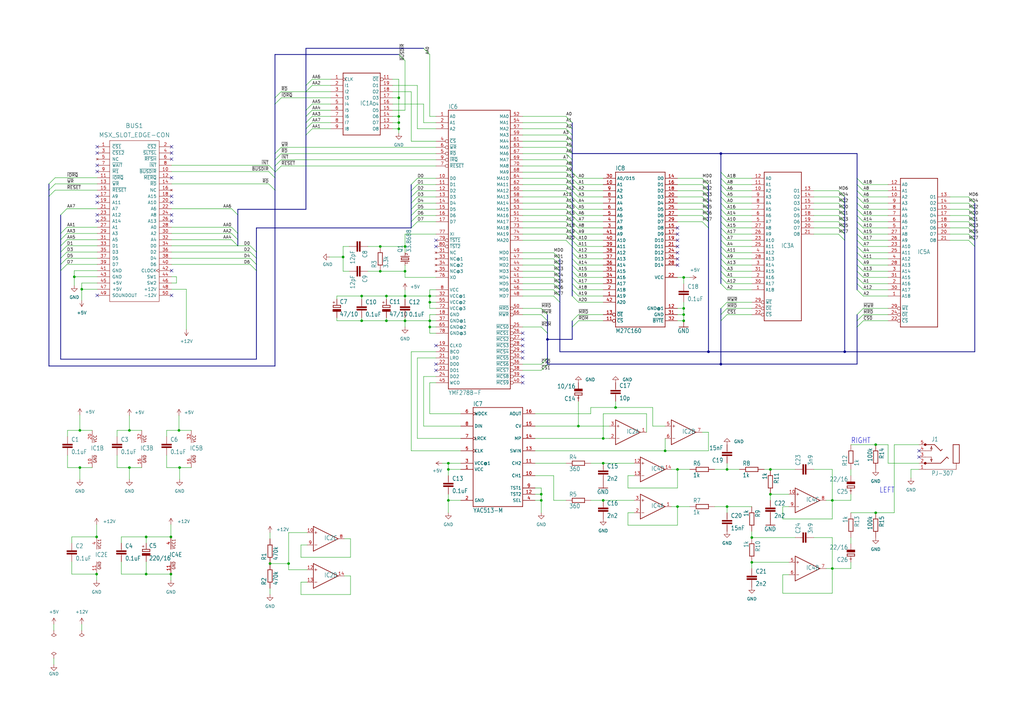
<source format=kicad_sch>
(kicad_sch (version 20211123) (generator eeschema)
  (paper "A3")
  (junction (at 308.356 230.632))
  (junction (at 183.896 192.532))
  (junction (at 295.656 149.352))
  (junction (at 155.956 111.252))
  (junction (at 166.116 131.572))
  (junction (at 163.576 52.832))
  (junction (at 73.406 176.53))
  (junction (at 176.276 131.572))
  (junction (at 32.766 191.77))
  (junction (at 163.576 50.292))
  (junction (at 277.876 192.532))
  (junction (at 32.766 176.53))
  (junction (at 341.376 233.172))
  (junction (at 59.944 235.458))
  (junction (at 280.416 113.792))
  (junction (at 148.336 121.412))
  (junction (at 280.416 131.572))
  (junction (at 295.656 62.992))
  (junction (at 277.876 207.772))
  (junction (at 30.48 113.538))
  (junction (at 148.336 131.572))
  (junction (at 73.66 191.77))
  (junction (at 70.104 235.458))
  (junction (at 166.116 111.252))
  (junction (at 118.364 231.14))
  (junction (at 315.976 192.532))
  (junction (at 53.086 176.53))
  (junction (at 298.196 207.772))
  (junction (at 280.416 129.032))
  (junction (at 183.896 205.232))
  (junction (at 166.116 101.092))
  (junction (at 70.104 220.218))
  (junction (at 298.196 192.532))
  (junction (at 247.396 179.832))
  (junction (at 176.276 121.412))
  (junction (at 247.396 205.232))
  (junction (at 221.996 205.232))
  (junction (at 110.744 231.14))
  (junction (at 237.236 174.752))
  (junction (at 183.896 189.992))
  (junction (at 247.396 189.992))
  (junction (at 53.086 191.77))
  (junction (at 290.576 144.272))
  (junction (at 315.976 202.692))
  (junction (at 221.996 202.692))
  (junction (at 163.576 47.752))
  (junction (at 176.276 123.952))
  (junction (at 359.156 182.372))
  (junction (at 272.796 184.912))
  (junction (at 252.476 167.132))
  (junction (at 39.624 235.458))
  (junction (at 33.528 118.618))
  (junction (at 308.356 220.472))
  (junction (at 140.716 105.41))
  (junction (at 155.956 101.092))
  (junction (at 341.376 205.232))
  (junction (at 359.156 210.312))
  (junction (at 59.944 220.218))
  (junction (at 280.416 126.492))
  (junction (at 176.276 134.112))
  (junction (at 163.576 40.132))
  (junction (at 158.496 131.572))
  (junction (at 224.536 139.192))
  (junction (at 158.496 121.412))
  (junction (at 166.116 121.412))
  (junction (at 346.456 144.272))
  (junction (at 39.624 220.218))
  (no_connect (at 376.936 187.452))
  (no_connect (at 376.936 184.912))
  (no_connect (at 214.376 141.732))
  (no_connect (at 214.376 139.192))
  (no_connect (at 214.376 136.652))
  (no_connect (at 214.376 146.812))
  (no_connect (at 214.376 144.272))
  (no_connect (at 214.376 156.972))
  (no_connect (at 214.376 154.432))
  (no_connect (at 178.816 141.732))
  (no_connect (at 178.816 149.352))
  (no_connect (at 178.816 151.892))
  (no_connect (at 39.878 121.158))
  (no_connect (at 39.878 90.678))
  (no_connect (at 39.878 88.138))
  (no_connect (at 39.878 80.518))
  (no_connect (at 39.878 83.058))
  (no_connect (at 70.358 110.998))
  (no_connect (at 70.358 121.158))
  (no_connect (at 70.358 88.138))
  (no_connect (at 70.358 90.678))
  (no_connect (at 178.816 98.552))
  (no_connect (at 178.816 101.092))
  (no_connect (at 277.876 101.092))
  (no_connect (at 277.876 103.632))
  (no_connect (at 277.876 106.172))
  (no_connect (at 277.876 108.712))
  (no_connect (at 277.876 93.472))
  (no_connect (at 277.876 96.012))
  (no_connect (at 277.876 98.552))
  (no_connect (at 70.358 80.518))
  (no_connect (at 70.358 83.058))
  (no_connect (at 39.878 60.198))
  (no_connect (at 39.878 62.738))
  (no_connect (at 39.878 67.818))
  (no_connect (at 39.878 70.358))
  (no_connect (at 70.358 60.198))
  (no_connect (at 70.358 62.738))
  (no_connect (at 70.358 65.278))
  (no_connect (at 70.358 72.898))
  (bus_entry (at 221.996 149.352) (size 2.54 -2.54))
  (bus_entry (at 237.236 88.392) (size -2.54 -2.54))
  (bus_entry (at 128.016 35.052) (size -2.54 2.54))
  (bus_entry (at 227.076 108.712) (size 2.54 2.54))
  (bus_entry (at 237.236 101.092) (size -2.54 -2.54))
  (bus_entry (at 397.256 80.772) (size 2.54 2.54))
  (bus_entry (at 397.256 96.012) (size 2.54 2.54))
  (bus_entry (at 343.916 93.472) (size 2.54 2.54))
  (bus_entry (at 232.156 78.232) (size 2.54 2.54))
  (bus_entry (at 115.316 37.592) (size -2.54 2.54))
  (bus_entry (at 343.916 78.232) (size 2.54 2.54))
  (bus_entry (at 232.156 55.372) (size 2.54 2.54))
  (bus_entry (at 128.016 42.672) (size -2.54 2.54))
  (bus_entry (at 288.036 75.692) (size 2.54 2.54))
  (bus_entry (at 354.076 116.332) (size -2.54 -2.54))
  (bus_entry (at 298.196 103.632) (size -2.54 -2.54))
  (bus_entry (at 24.892 100.838) (size 2.54 -2.54))
  (bus_entry (at 354.076 96.012) (size -2.54 -2.54))
  (bus_entry (at 354.076 131.572) (size -2.54 2.54))
  (bus_entry (at 237.236 90.932) (size -2.54 -2.54))
  (bus_entry (at 288.036 85.852) (size 2.54 2.54))
  (bus_entry (at 298.196 106.172) (size -2.54 -2.54))
  (bus_entry (at 354.076 129.032) (size -2.54 2.54))
  (bus_entry (at 298.196 88.392) (size -2.54 -2.54))
  (bus_entry (at 232.156 98.552) (size 2.54 2.54))
  (bus_entry (at 237.236 83.312) (size -2.54 -2.54))
  (bus_entry (at 232.156 62.992) (size 2.54 2.54))
  (bus_entry (at 227.076 118.872) (size 2.54 2.54))
  (bus_entry (at 115.316 40.132) (size -2.54 2.54))
  (bus_entry (at 232.156 96.012) (size 2.54 2.54))
  (bus_entry (at 102.616 103.378) (size 2.54 2.54))
  (bus_entry (at 354.076 108.712) (size -2.54 -2.54))
  (bus_entry (at 227.076 103.632) (size 2.54 2.54))
  (bus_entry (at 232.156 50.292) (size 2.54 2.54))
  (bus_entry (at 232.156 73.152) (size 2.54 2.54))
  (bus_entry (at 237.236 121.412) (size -2.54 -2.54))
  (bus_entry (at 232.156 65.532) (size 2.54 2.54))
  (bus_entry (at 115.316 65.532) (size -2.54 2.54))
  (bus_entry (at 232.156 75.692) (size 2.54 2.54))
  (bus_entry (at 354.076 80.772) (size -2.54 -2.54))
  (bus_entry (at 237.236 103.632) (size -2.54 -2.54))
  (bus_entry (at 354.076 98.552) (size -2.54 -2.54))
  (bus_entry (at 115.316 68.072) (size -2.54 2.54))
  (bus_entry (at 298.196 101.092) (size -2.54 -2.54))
  (bus_entry (at 221.996 126.492) (size 2.54 2.54))
  (bus_entry (at 397.256 88.392) (size 2.54 2.54))
  (bus_entry (at 110.236 75.438) (size 2.54 2.54))
  (bus_entry (at 110.236 70.358) (size 2.54 2.54))
  (bus_entry (at 110.236 67.818) (size 2.54 2.54))
  (bus_entry (at 227.076 106.172) (size 2.54 2.54))
  (bus_entry (at 298.196 96.012) (size -2.54 -2.54))
  (bus_entry (at 298.196 113.792) (size -2.54 -2.54))
  (bus_entry (at 237.236 78.232) (size -2.54 -2.54))
  (bus_entry (at 237.236 123.952) (size -2.54 -2.54))
  (bus_entry (at 354.076 126.492) (size -2.54 2.54))
  (bus_entry (at 354.076 118.872) (size -2.54 -2.54))
  (bus_entry (at 232.156 93.472) (size 2.54 2.54))
  (bus_entry (at 397.256 93.472) (size 2.54 2.54))
  (bus_entry (at 232.156 83.312) (size 2.54 2.54))
  (bus_entry (at 397.256 85.852) (size 2.54 2.54))
  (bus_entry (at 94.996 93.218) (size 2.54 2.54))
  (bus_entry (at 343.916 90.932) (size 2.54 2.54))
  (bus_entry (at 343.916 96.012) (size 2.54 2.54))
  (bus_entry (at 171.196 88.392) (size -2.54 2.54))
  (bus_entry (at 237.236 80.772) (size -2.54 -2.54))
  (bus_entry (at 128.016 47.752) (size -2.54 2.54))
  (bus_entry (at 128.016 50.292) (size -2.54 2.54))
  (bus_entry (at 232.156 60.452) (size 2.54 2.54))
  (bus_entry (at 128.016 52.832) (size -2.54 2.54))
  (bus_entry (at 298.196 126.492) (size -2.54 2.54))
  (bus_entry (at 354.076 90.932) (size -2.54 -2.54))
  (bus_entry (at 288.036 88.392) (size 2.54 2.54))
  (bus_entry (at 288.036 83.312) (size 2.54 2.54))
  (bus_entry (at 354.076 113.792) (size -2.54 -2.54))
  (bus_entry (at 115.316 62.992) (size -2.54 2.54))
  (bus_entry (at 128.016 32.512) (size -2.54 2.54))
  (bus_entry (at 24.892 110.998) (size 2.54 -2.54))
  (bus_entry (at 24.892 103.378) (size 2.54 -2.54))
  (bus_entry (at 24.892 108.458) (size 2.54 -2.54))
  (bus_entry (at 24.892 105.918) (size 2.54 -2.54))
  (bus_entry (at 22.606 72.898) (size -2.54 2.54))
  (bus_entry (at 22.606 75.438) (size -2.54 2.54))
  (bus_entry (at 22.606 77.978) (size -2.54 2.54))
  (bus_entry (at 227.076 111.252) (size 2.54 2.54))
  (bus_entry (at 354.076 121.412) (size -2.54 -2.54))
  (bus_entry (at 298.196 90.932) (size -2.54 -2.54))
  (bus_entry (at 288.036 73.152) (size 2.54 2.54))
  (bus_entry (at 94.996 98.298) (size 2.54 2.54))
  (bus_entry (at 354.076 78.232) (size -2.54 -2.54))
  (bus_entry (at 227.076 116.332) (size 2.54 2.54))
  (bus_entry (at 232.156 52.832) (size 2.54 2.54))
  (bus_entry (at 298.196 116.332) (size -2.54 -2.54))
  (bus_entry (at 232.156 85.852) (size 2.54 2.54))
  (bus_entry (at 227.076 121.412) (size 2.54 2.54))
  (bus_entry (at 115.316 60.452) (size -2.54 2.54))
  (bus_entry (at 171.196 85.852) (size -2.54 2.54))
  (bus_entry (at 237.236 96.012) (size -2.54 -2.54))
  (bus_entry (at 232.156 88.392) (size 2.54 2.54))
  (bus_entry (at 102.616 100.838) (size 2.54 2.54))
  (bus_entry (at 237.236 75.692) (size -2.54 -2.54))
  (bus_entry (at 354.076 103.632) (size -2.54 -2.54))
  (bus_entry (at 354.076 83.312) (size -2.54 -2.54))
  (bus_entry (at 298.196 93.472) (size -2.54 -2.54))
  (bus_entry (at 232.156 68.072) (size 2.54 2.54))
  (bus_entry (at 343.916 85.852) (size 2.54 2.54))
  (bus_entry (at 237.236 131.572) (size -2.54 2.54))
  (bus_entry (at 221.996 151.892) (size 2.54 -2.54))
  (bus_entry (at 288.036 90.932) (size 2.54 2.54))
  (bus_entry (at 237.236 116.332) (size -2.54 -2.54))
  (bus_entry (at 298.196 123.952) (size -2.54 2.54))
  (bus_entry (at 237.236 129.032) (size -2.54 2.54))
  (bus_entry (at 298.196 129.032) (size -2.54 2.54))
  (bus_entry (at 237.236 106.172) (size -2.54 -2.54))
  (bus_entry (at 343.916 88.392) (size 2.54 2.54))
  (bus_entry (at 171.196 75.692) (size -2.54 2.54))
  (bus_entry (at 237.236 108.712) (size -2.54 -2.54))
  (bus_entry (at 237.236 73.152) (size -2.54 -2.54))
  (bus_entry (at 354.076 88.392) (size -2.54 -2.54))
  (bus_entry (at 298.196 98.552) (size -2.54 -2.54))
  (bus_entry (at 354.076 111.252) (size -2.54 -2.54))
  (bus_entry (at 176.276 22.352) (size -2.54 -2.54))
  (bus_entry (at 232.156 90.932) (size 2.54 2.54))
  (bus_entry (at 171.196 83.312) (size -2.54 2.54))
  (bus_entry (at 221.996 129.032) (size 2.54 2.54))
  (bus_entry (at 232.156 80.772) (size 2.54 2.54))
  (bus_entry (at 232.156 57.912) (size 2.54 2.54))
  (bus_entry (at 354.076 93.472) (size -2.54 -2.54))
  (bus_entry (at 102.616 108.458) (size 2.54 2.54))
  (bus_entry (at 171.196 73.152) (size -2.54 2.54))
  (bus_entry (at 288.036 80.772) (size 2.54 2.54))
  (bus_entry (at 354.076 101.092) (size -2.54 -2.54))
  (bus_entry (at 298.196 85.852) (size -2.54 -2.54))
  (bus_entry (at 354.076 85.852) (size -2.54 -2.54))
  (bus_entry (at 166.116 24.892) (size -2.54 -2.54))
  (bus_entry (at 298.196 73.152) (size -2.54 -2.54))
  (bus_entry (at 232.156 70.612) (size 2.54 2.54))
  (bus_entry (at 128.016 45.212) (size -2.54 2.54))
  (bus_entry (at 298.196 75.692) (size -2.54 -2.54))
  (bus_entry (at 237.236 113.792) (size -2.54 -2.54))
  (bus_entry (at 298.196 83.312) (size -2.54 -2.54))
  (bus_entry (at 102.616 105.918) (size 2.54 2.54))
  (bus_entry (at 232.156 47.752) (size 2.54 2.54))
  (bus_entry (at 343.916 83.312) (size 2.54 2.54))
  (bus_entry (at 397.256 83.312) (size 2.54 2.54))
  (bus_entry (at 397.256 98.552) (size 2.54 2.54))
  (bus_entry (at 237.236 98.552) (size -2.54 -2.54))
  (bus_entry (at 24.892 95.758) (size 2.54 -2.54))
  (bus_entry (at 24.892 98.298) (size 2.54 -2.54))
  (bus_entry (at 24.892 88.138) (size 2.54 -2.54))
  (bus_entry (at 354.076 75.692) (size -2.54 -2.54))
  (bus_entry (at 237.236 85.852) (size -2.54 -2.54))
  (bus_entry (at 237.236 111.252) (size -2.54 -2.54))
  (bus_entry (at 354.076 106.172) (size -2.54 -2.54))
  (bus_entry (at 298.196 118.872) (size -2.54 -2.54))
  (bus_entry (at 288.036 78.232) (size 2.54 2.54))
  (bus_entry (at 298.196 108.712) (size -2.54 -2.54))
  (bus_entry (at 343.916 80.772) (size 2.54 2.54))
  (bus_entry (at 171.196 80.772) (size -2.54 2.54))
  (bus_entry (at 171.196 78.232) (size -2.54 2.54))
  (bus_entry (at 397.256 90.932) (size 2.54 2.54))
  (bus_entry (at 94.996 95.758) (size 2.54 2.54))
  (bus_entry (at 298.196 78.232) (size -2.54 -2.54))
  (bus_entry (at 94.996 85.598) (size 2.54 2.54))
  (bus_entry (at 237.236 93.472) (size -2.54 -2.54))
  (bus_entry (at 227.076 113.792) (size 2.54 2.54))
  (bus_entry (at 237.236 118.872) (size -2.54 -2.54))
  (bus_entry (at 298.196 111.252) (size -2.54 -2.54))
  (bus_entry (at 298.196 80.772) (size -2.54 -2.54))
  (bus_entry (at 221.996 134.112) (size 2.54 2.54))
  (bus_entry (at 171.196 90.932) (size -2.54 2.54))
  (bus (pts (xy 399.796 93.472) (xy 399.796 90.932)))
  (wire (pts (xy 257.556 200.152) (xy 257.556 195.072)))
  (wire (pts (xy 59.944 235.458) (xy 59.944 230.378)))
  (wire (pts (xy 176.276 47.752) (xy 178.816 47.752)))
  (bus (pts (xy 346.456 144.272) (xy 346.456 98.552)))
  (wire (pts (xy 219.456 195.072) (xy 227.076 195.072)))
  (wire (pts (xy 298.196 126.492) (xy 308.356 126.492)))
  (wire (pts (xy 354.076 80.772) (xy 364.236 80.772)))
  (wire (pts (xy 397.256 96.012) (xy 389.636 96.012)))
  (bus (pts (xy 24.892 108.458) (xy 24.892 105.918)))
  (bus (pts (xy 399.796 98.552) (xy 399.796 96.012)))
  (bus (pts (xy 295.656 85.852) (xy 295.656 88.392)))
  (wire (pts (xy 341.376 233.172) (xy 348.996 233.172)))
  (wire (pts (xy 73.66 191.77) (xy 78.486 191.77)))
  (wire (pts (xy 282.956 192.532) (xy 277.876 192.532)))
  (wire (pts (xy 348.996 223.012) (xy 348.996 220.472)))
  (wire (pts (xy 39.878 105.918) (xy 27.432 105.918)))
  (bus (pts (xy 229.616 144.272) (xy 290.576 144.272)))
  (wire (pts (xy 70.104 220.218) (xy 59.944 220.218)))
  (bus (pts (xy 24.892 95.758) (xy 24.892 88.138)))
  (wire (pts (xy 221.996 149.352) (xy 214.376 149.352)))
  (bus (pts (xy 399.796 85.852) (xy 399.796 83.312)))
  (wire (pts (xy 29.464 235.458) (xy 29.464 230.378)))
  (bus (pts (xy 346.456 144.272) (xy 399.796 144.272)))
  (wire (pts (xy 293.116 207.772) (xy 298.196 207.772)))
  (wire (pts (xy 166.116 111.252) (xy 155.956 111.252)))
  (wire (pts (xy 298.196 93.472) (xy 308.356 93.472)))
  (wire (pts (xy 298.196 106.172) (xy 308.356 106.172)))
  (wire (pts (xy 341.376 192.532) (xy 341.376 205.232)))
  (wire (pts (xy 214.376 52.832) (xy 232.156 52.832)))
  (wire (pts (xy 277.876 126.492) (xy 280.416 126.492)))
  (bus (pts (xy 295.656 149.352) (xy 295.656 131.572)))
  (bus (pts (xy 125.476 37.592) (xy 125.476 35.052)))
  (wire (pts (xy 364.236 189.992) (xy 376.936 189.992)))
  (bus (pts (xy 105.156 93.472) (xy 105.156 103.378)))
  (wire (pts (xy 227.076 205.232) (xy 232.156 205.232)))
  (bus (pts (xy 112.776 65.532) (xy 112.776 68.072)))
  (wire (pts (xy 110.744 231.14) (xy 118.364 231.14)))
  (wire (pts (xy 176.276 123.952) (xy 176.276 126.492)))
  (wire (pts (xy 27.432 93.218) (xy 39.878 93.218)))
  (wire (pts (xy 298.196 78.232) (xy 308.356 78.232)))
  (wire (pts (xy 22.606 72.898) (xy 39.878 72.898)))
  (wire (pts (xy 163.576 52.832) (xy 163.576 54.61)))
  (wire (pts (xy 135.636 52.832) (xy 128.016 52.832)))
  (wire (pts (xy 321.056 235.712) (xy 323.596 235.712)))
  (wire (pts (xy 183.896 192.532) (xy 183.896 195.072)))
  (wire (pts (xy 39.624 237.998) (xy 39.624 235.458)))
  (wire (pts (xy 143.764 243.84) (xy 143.764 236.22)))
  (bus (pts (xy 234.696 103.632) (xy 234.696 101.092)))
  (bus (pts (xy 234.696 101.092) (xy 234.696 98.552)))
  (wire (pts (xy 30.48 110.998) (xy 30.48 113.538)))
  (wire (pts (xy 178.816 156.972) (xy 176.276 156.972)))
  (wire (pts (xy 298.196 123.952) (xy 308.356 123.952)))
  (wire (pts (xy 341.376 205.232) (xy 341.376 212.852)))
  (bus (pts (xy 234.696 83.312) (xy 234.696 80.772)))
  (bus (pts (xy 351.536 78.232) (xy 351.536 80.772)))
  (wire (pts (xy 237.236 174.752) (xy 249.936 174.752)))
  (wire (pts (xy 138.176 131.572) (xy 138.176 130.302)))
  (wire (pts (xy 73.406 170.434) (xy 73.406 176.53)))
  (wire (pts (xy 48.006 191.77) (xy 53.086 191.77)))
  (wire (pts (xy 227.076 106.172) (xy 214.376 106.172)))
  (wire (pts (xy 219.456 205.232) (xy 221.996 205.232)))
  (wire (pts (xy 313.436 192.532) (xy 315.976 192.532)))
  (wire (pts (xy 178.816 123.952) (xy 176.276 123.952)))
  (bus (pts (xy 351.536 73.152) (xy 351.536 75.692)))
  (wire (pts (xy 315.976 202.692) (xy 315.976 205.232)))
  (wire (pts (xy 148.336 121.412) (xy 138.176 121.412)))
  (wire (pts (xy 214.376 62.992) (xy 232.156 62.992)))
  (wire (pts (xy 27.432 103.378) (xy 39.878 103.378)))
  (wire (pts (xy 70.358 70.358) (xy 110.236 70.358)))
  (bus (pts (xy 234.696 60.452) (xy 234.696 57.912)))
  (wire (pts (xy 354.076 83.312) (xy 364.236 83.312)))
  (bus (pts (xy 234.696 106.172) (xy 234.696 103.632)))
  (wire (pts (xy 298.196 118.872) (xy 308.356 118.872)))
  (bus (pts (xy 290.576 85.852) (xy 290.576 83.312)))
  (wire (pts (xy 354.076 75.692) (xy 364.236 75.692)))
  (bus (pts (xy 351.536 88.392) (xy 351.536 90.932)))
  (wire (pts (xy 123.444 223.52) (xy 123.444 228.6)))
  (wire (pts (xy 308.356 230.632) (xy 308.356 233.172)))
  (wire (pts (xy 148.336 121.412) (xy 148.336 122.682)))
  (bus (pts (xy 290.576 83.312) (xy 290.576 80.772)))
  (wire (pts (xy 237.236 164.592) (xy 237.236 174.752)))
  (wire (pts (xy 290.576 184.912) (xy 290.576 177.292)))
  (bus (pts (xy 290.576 80.772) (xy 290.576 78.232)))
  (wire (pts (xy 354.076 98.552) (xy 364.236 98.552)))
  (wire (pts (xy 178.816 62.992) (xy 115.316 62.992)))
  (wire (pts (xy 39.878 108.458) (xy 27.432 108.458)))
  (wire (pts (xy 158.496 121.412) (xy 158.496 122.682)))
  (wire (pts (xy 155.956 111.252) (xy 150.876 111.252)))
  (wire (pts (xy 354.076 88.392) (xy 364.236 88.392)))
  (wire (pts (xy 277.876 75.692) (xy 288.036 75.692)))
  (wire (pts (xy 27.686 191.77) (xy 32.766 191.77)))
  (wire (pts (xy 166.116 121.412) (xy 176.276 121.412)))
  (wire (pts (xy 308.356 230.632) (xy 323.596 230.632)))
  (bus (pts (xy 234.696 55.372) (xy 234.696 52.832)))
  (wire (pts (xy 27.432 98.298) (xy 39.878 98.298)))
  (wire (pts (xy 227.076 118.872) (xy 214.376 118.872)))
  (wire (pts (xy 298.196 210.312) (xy 298.196 207.772)))
  (wire (pts (xy 125.984 238.76) (xy 123.444 238.76)))
  (bus (pts (xy 125.476 52.832) (xy 125.476 50.292)))
  (wire (pts (xy 280.416 126.492) (xy 280.416 129.032)))
  (wire (pts (xy 171.196 78.232) (xy 178.816 78.232)))
  (wire (pts (xy 70.358 113.538) (xy 72.39 113.538)))
  (wire (pts (xy 219.456 200.152) (xy 221.996 200.152)))
  (wire (pts (xy 125.984 223.52) (xy 123.444 223.52)))
  (bus (pts (xy 234.696 62.992) (xy 234.696 60.452)))
  (wire (pts (xy 277.876 88.392) (xy 288.036 88.392)))
  (wire (pts (xy 298.196 189.992) (xy 298.196 192.532)))
  (wire (pts (xy 148.336 131.572) (xy 148.336 130.302)))
  (bus (pts (xy 399.796 90.932) (xy 399.796 88.392)))
  (bus (pts (xy 229.616 113.792) (xy 229.616 116.332)))
  (wire (pts (xy 39.624 220.218) (xy 29.464 220.218)))
  (wire (pts (xy 247.396 96.012) (xy 237.236 96.012)))
  (wire (pts (xy 168.656 184.912) (xy 188.976 184.912)))
  (bus (pts (xy 224.536 136.652) (xy 224.536 139.192)))
  (bus (pts (xy 168.656 85.852) (xy 168.656 83.312)))
  (wire (pts (xy 70.104 235.458) (xy 70.104 237.998)))
  (bus (pts (xy 234.696 108.712) (xy 234.696 106.172)))
  (bus (pts (xy 346.456 88.392) (xy 346.456 85.852)))
  (bus (pts (xy 112.776 150.114) (xy 20.066 150.114)))
  (wire (pts (xy 298.196 113.792) (xy 308.356 113.792)))
  (wire (pts (xy 135.128 105.41) (xy 140.716 105.41)))
  (wire (pts (xy 27.686 186.69) (xy 27.686 191.77)))
  (wire (pts (xy 348.996 210.312) (xy 359.156 210.312)))
  (wire (pts (xy 247.396 116.332) (xy 237.236 116.332)))
  (wire (pts (xy 343.916 88.392) (xy 333.756 88.392)))
  (wire (pts (xy 33.528 118.618) (xy 39.878 118.618)))
  (wire (pts (xy 70.104 235.458) (xy 59.944 235.458)))
  (bus (pts (xy 295.656 62.992) (xy 351.536 62.992)))
  (bus (pts (xy 290.576 90.932) (xy 290.576 88.392)))
  (wire (pts (xy 373.634 192.532) (xy 373.634 196.088)))
  (wire (pts (xy 158.496 121.412) (xy 166.116 121.412)))
  (bus (pts (xy 295.656 96.012) (xy 295.656 98.552)))
  (wire (pts (xy 214.376 85.852) (xy 232.156 85.852)))
  (wire (pts (xy 219.456 174.752) (xy 237.236 174.752)))
  (wire (pts (xy 221.996 126.492) (xy 214.376 126.492)))
  (bus (pts (xy 346.456 98.552) (xy 346.456 96.012)))
  (bus (pts (xy 295.656 80.772) (xy 295.656 83.312)))
  (bus (pts (xy 125.476 85.852) (xy 125.476 55.372)))
  (wire (pts (xy 293.116 192.532) (xy 298.196 192.532)))
  (wire (pts (xy 221.996 200.152) (xy 221.996 202.692)))
  (wire (pts (xy 247.396 103.632) (xy 237.236 103.632)))
  (wire (pts (xy 171.196 52.832) (xy 178.816 52.832)))
  (bus (pts (xy 125.476 19.812) (xy 173.736 19.812)))
  (wire (pts (xy 214.376 50.292) (xy 232.156 50.292)))
  (bus (pts (xy 295.656 106.172) (xy 295.656 108.712)))
  (wire (pts (xy 158.496 121.412) (xy 148.336 121.412)))
  (wire (pts (xy 168.656 37.592) (xy 168.656 57.912)))
  (wire (pts (xy 163.576 32.512) (xy 163.576 40.132)))
  (wire (pts (xy 49.784 235.458) (xy 59.944 235.458)))
  (bus (pts (xy 351.536 85.852) (xy 351.536 88.392)))
  (wire (pts (xy 247.396 83.312) (xy 237.236 83.312)))
  (bus (pts (xy 112.776 22.352) (xy 112.776 40.132)))
  (bus (pts (xy 125.476 55.372) (xy 125.476 52.832)))
  (wire (pts (xy 315.976 192.532) (xy 326.136 192.532)))
  (bus (pts (xy 399.796 96.012) (xy 399.796 93.472)))
  (bus (pts (xy 112.776 72.898) (xy 112.776 77.978)))
  (wire (pts (xy 219.456 189.992) (xy 232.156 189.992)))
  (wire (pts (xy 252.476 167.132) (xy 242.316 167.132)))
  (wire (pts (xy 53.086 176.53) (xy 48.006 176.53)))
  (bus (pts (xy 24.892 105.918) (xy 24.892 103.378)))
  (wire (pts (xy 70.358 105.918) (xy 102.616 105.918)))
  (wire (pts (xy 176.276 129.032) (xy 176.276 131.572)))
  (wire (pts (xy 277.876 85.852) (xy 288.036 85.852)))
  (wire (pts (xy 214.376 134.112) (xy 221.996 134.112)))
  (wire (pts (xy 68.326 176.53) (xy 68.326 179.07)))
  (wire (pts (xy 257.556 195.072) (xy 260.096 195.072)))
  (wire (pts (xy 32.766 176.53) (xy 37.846 176.53)))
  (wire (pts (xy 298.196 207.772) (xy 308.356 207.772)))
  (bus (pts (xy 224.536 139.192) (xy 224.536 146.812)))
  (wire (pts (xy 176.276 118.872) (xy 176.276 121.412)))
  (wire (pts (xy 176.276 134.112) (xy 176.276 136.652)))
  (bus (pts (xy 399.796 88.392) (xy 399.796 85.852)))
  (wire (pts (xy 173.736 154.432) (xy 173.736 174.752)))
  (wire (pts (xy 321.056 243.332) (xy 321.056 235.712)))
  (wire (pts (xy 280.416 123.952) (xy 280.416 126.492)))
  (bus (pts (xy 399.796 101.092) (xy 399.796 98.552)))
  (bus (pts (xy 229.616 108.712) (xy 229.616 111.252)))
  (wire (pts (xy 397.256 85.852) (xy 389.636 85.852)))
  (wire (pts (xy 277.876 207.772) (xy 275.336 207.772)))
  (bus (pts (xy 290.576 78.232) (xy 290.576 75.692)))
  (wire (pts (xy 178.816 121.412) (xy 176.276 121.412)))
  (bus (pts (xy 125.476 35.052) (xy 125.476 19.812)))
  (bus (pts (xy 229.616 123.952) (xy 229.616 144.272)))
  (wire (pts (xy 242.316 167.132) (xy 242.316 169.672)))
  (wire (pts (xy 247.396 123.952) (xy 237.236 123.952)))
  (wire (pts (xy 183.896 205.232) (xy 188.976 205.232)))
  (wire (pts (xy 227.076 111.252) (xy 214.376 111.252)))
  (wire (pts (xy 354.076 90.932) (xy 364.236 90.932)))
  (bus (pts (xy 105.156 110.998) (xy 105.156 147.32)))
  (wire (pts (xy 397.256 98.552) (xy 389.636 98.552)))
  (wire (pts (xy 70.358 75.438) (xy 110.236 75.438)))
  (wire (pts (xy 59.944 220.218) (xy 59.944 222.758)))
  (wire (pts (xy 354.076 111.252) (xy 364.236 111.252)))
  (bus (pts (xy 351.536 108.712) (xy 351.536 111.252)))
  (wire (pts (xy 110.744 243.84) (xy 110.744 241.3)))
  (wire (pts (xy 354.076 96.012) (xy 364.236 96.012)))
  (wire (pts (xy 252.476 167.132) (xy 252.476 164.592)))
  (wire (pts (xy 138.176 121.412) (xy 138.176 122.682)))
  (wire (pts (xy 70.358 93.218) (xy 94.996 93.218)))
  (bus (pts (xy 234.696 113.792) (xy 234.696 111.252)))
  (bus (pts (xy 234.696 85.852) (xy 234.696 83.312)))
  (wire (pts (xy 125.476 37.592) (xy 135.636 37.592)))
  (bus (pts (xy 24.892 147.32) (xy 24.892 110.998)))
  (wire (pts (xy 183.896 189.992) (xy 181.356 189.992)))
  (wire (pts (xy 22.098 256.032) (xy 22.098 258.572)))
  (wire (pts (xy 364.236 126.492) (xy 354.076 126.492)))
  (wire (pts (xy 135.636 47.752) (xy 128.016 47.752)))
  (bus (pts (xy 346.456 93.472) (xy 346.456 90.932)))
  (wire (pts (xy 277.876 83.312) (xy 288.036 83.312)))
  (wire (pts (xy 27.432 85.598) (xy 39.878 85.598)))
  (bus (pts (xy 234.696 116.332) (xy 234.696 113.792)))
  (wire (pts (xy 110.744 218.44) (xy 110.744 220.98)))
  (wire (pts (xy 29.464 220.218) (xy 29.464 222.758)))
  (bus (pts (xy 351.536 83.312) (xy 351.536 85.852)))
  (wire (pts (xy 161.036 45.212) (xy 166.116 45.212)))
  (wire (pts (xy 343.916 93.472) (xy 333.756 93.472)))
  (wire (pts (xy 214.376 47.752) (xy 232.156 47.752)))
  (wire (pts (xy 161.036 47.752) (xy 163.576 47.752)))
  (wire (pts (xy 354.076 108.712) (xy 364.236 108.712)))
  (wire (pts (xy 70.358 103.378) (xy 102.616 103.378)))
  (wire (pts (xy 397.256 88.392) (xy 389.636 88.392)))
  (wire (pts (xy 298.196 75.692) (xy 308.356 75.692)))
  (bus (pts (xy 295.656 78.232) (xy 295.656 80.772)))
  (bus (pts (xy 295.656 103.632) (xy 295.656 106.172)))
  (wire (pts (xy 176.276 131.572) (xy 176.276 134.112)))
  (bus (pts (xy 125.476 47.752) (xy 125.476 45.212)))
  (wire (pts (xy 277.876 73.152) (xy 288.036 73.152)))
  (wire (pts (xy 272.796 184.912) (xy 290.576 184.912)))
  (wire (pts (xy 135.636 50.292) (xy 128.016 50.292)))
  (wire (pts (xy 298.196 85.852) (xy 308.356 85.852)))
  (wire (pts (xy 237.236 131.572) (xy 247.396 131.572)))
  (wire (pts (xy 53.086 191.77) (xy 53.086 196.596)))
  (bus (pts (xy 351.536 106.172) (xy 351.536 108.712)))
  (wire (pts (xy 298.196 73.152) (xy 308.356 73.152)))
  (wire (pts (xy 298.196 80.772) (xy 308.356 80.772)))
  (wire (pts (xy 123.444 228.6) (xy 143.764 228.6)))
  (bus (pts (xy 224.536 129.032) (xy 224.536 131.572)))
  (wire (pts (xy 354.076 116.332) (xy 364.236 116.332)))
  (bus (pts (xy 351.536 116.332) (xy 351.536 118.872)))
  (wire (pts (xy 166.116 113.792) (xy 166.116 111.252)))
  (bus (pts (xy 112.776 40.132) (xy 112.776 42.672)))
  (wire (pts (xy 158.496 131.572) (xy 148.336 131.572)))
  (wire (pts (xy 247.396 80.772) (xy 237.236 80.772)))
  (wire (pts (xy 333.756 192.532) (xy 341.376 192.532)))
  (bus (pts (xy 351.536 93.472) (xy 351.536 96.012)))
  (wire (pts (xy 168.656 144.272) (xy 168.656 184.912)))
  (wire (pts (xy 22.098 270.002) (xy 22.098 272.542)))
  (wire (pts (xy 298.196 83.312) (xy 308.356 83.312)))
  (wire (pts (xy 277.876 113.792) (xy 280.416 113.792)))
  (wire (pts (xy 166.116 108.712) (xy 166.116 111.252)))
  (wire (pts (xy 247.396 169.672) (xy 265.176 169.672)))
  (wire (pts (xy 366.776 182.372) (xy 376.936 182.372)))
  (bus (pts (xy 346.456 83.312) (xy 346.456 80.772)))
  (wire (pts (xy 163.576 47.752) (xy 163.576 50.292)))
  (wire (pts (xy 359.156 210.312) (xy 366.776 210.312)))
  (wire (pts (xy 178.816 154.432) (xy 173.736 154.432)))
  (wire (pts (xy 376.936 192.532) (xy 373.634 192.532)))
  (wire (pts (xy 53.086 191.77) (xy 58.166 191.77)))
  (wire (pts (xy 166.116 122.682) (xy 166.116 121.412)))
  (wire (pts (xy 247.396 205.232) (xy 260.096 205.232)))
  (wire (pts (xy 53.086 170.434) (xy 53.086 176.53)))
  (wire (pts (xy 247.396 106.172) (xy 237.236 106.172)))
  (bus (pts (xy 112.776 70.612) (xy 112.776 72.898)))
  (bus (pts (xy 346.456 85.852) (xy 346.456 83.312)))
  (wire (pts (xy 354.076 93.472) (xy 364.236 93.472)))
  (wire (pts (xy 178.816 129.032) (xy 176.276 129.032)))
  (bus (pts (xy 24.892 147.32) (xy 105.156 147.32)))
  (bus (pts (xy 234.696 73.152) (xy 234.696 70.612)))
  (wire (pts (xy 168.656 57.912) (xy 178.816 57.912)))
  (wire (pts (xy 143.764 228.6) (xy 143.764 220.98)))
  (wire (pts (xy 247.396 75.692) (xy 237.236 75.692)))
  (bus (pts (xy 295.656 131.572) (xy 295.656 129.032)))
  (wire (pts (xy 277.876 207.772) (xy 277.876 215.392)))
  (wire (pts (xy 298.196 192.532) (xy 303.276 192.532)))
  (bus (pts (xy 168.656 90.932) (xy 168.656 88.392)))
  (wire (pts (xy 123.444 238.76) (xy 123.444 243.84)))
  (bus (pts (xy 112.776 42.672) (xy 112.776 62.992)))
  (bus (pts (xy 295.656 70.612) (xy 295.656 73.152)))
  (wire (pts (xy 277.876 90.932) (xy 288.036 90.932)))
  (wire (pts (xy 39.624 215.138) (xy 39.624 220.218)))
  (wire (pts (xy 73.406 176.53) (xy 68.326 176.53)))
  (bus (pts (xy 168.656 83.312) (xy 168.656 80.772)))
  (wire (pts (xy 315.976 202.692) (xy 323.596 202.692)))
  (wire (pts (xy 214.376 98.552) (xy 232.156 98.552)))
  (wire (pts (xy 27.686 179.07) (xy 27.686 176.53)))
  (bus (pts (xy 24.892 100.838) (xy 24.892 98.298)))
  (wire (pts (xy 73.66 191.77) (xy 73.66 196.596)))
  (wire (pts (xy 115.316 60.452) (xy 178.816 60.452)))
  (wire (pts (xy 32.766 170.18) (xy 32.766 176.53)))
  (wire (pts (xy 277.876 131.572) (xy 280.416 131.572)))
  (wire (pts (xy 163.576 50.292) (xy 163.576 52.832)))
  (wire (pts (xy 214.376 93.472) (xy 232.156 93.472)))
  (wire (pts (xy 348.996 233.172) (xy 348.996 230.632)))
  (bus (pts (xy 229.616 111.252) (xy 229.616 113.792)))
  (wire (pts (xy 267.716 167.132) (xy 252.476 167.132)))
  (wire (pts (xy 341.376 220.472) (xy 341.376 233.172)))
  (bus (pts (xy 224.536 131.572) (xy 224.536 136.652)))
  (wire (pts (xy 221.996 151.892) (xy 214.376 151.892)))
  (wire (pts (xy 321.056 207.772) (xy 323.596 207.772)))
  (wire (pts (xy 214.376 83.312) (xy 232.156 83.312)))
  (wire (pts (xy 247.396 85.852) (xy 237.236 85.852)))
  (wire (pts (xy 242.316 189.992) (xy 247.396 189.992)))
  (wire (pts (xy 272.796 174.752) (xy 267.716 174.752)))
  (bus (pts (xy 295.656 62.992) (xy 295.656 70.612)))
  (wire (pts (xy 49.784 230.378) (xy 49.784 235.458)))
  (wire (pts (xy 397.256 83.312) (xy 389.636 83.312)))
  (bus (pts (xy 168.656 80.772) (xy 168.656 78.232)))
  (wire (pts (xy 22.606 75.438) (xy 39.878 75.438)))
  (wire (pts (xy 354.076 129.032) (xy 364.236 129.032)))
  (wire (pts (xy 333.756 96.012) (xy 343.916 96.012)))
  (bus (pts (xy 234.696 78.232) (xy 234.696 75.692)))
  (wire (pts (xy 354.076 121.412) (xy 364.236 121.412)))
  (wire (pts (xy 214.376 78.232) (xy 232.156 78.232)))
  (bus (pts (xy 399.796 144.272) (xy 399.796 101.092)))
  (wire (pts (xy 265.176 169.672) (xy 265.176 177.292)))
  (wire (pts (xy 39.624 235.458) (xy 29.464 235.458)))
  (wire (pts (xy 219.456 169.672) (xy 242.316 169.672)))
  (bus (pts (xy 125.476 50.292) (xy 125.476 47.752)))
  (wire (pts (xy 247.396 108.712) (xy 237.236 108.712)))
  (bus (pts (xy 20.066 80.518) (xy 20.066 150.114)))
  (bus (pts (xy 351.536 149.352) (xy 351.536 134.112)))
  (wire (pts (xy 183.896 202.692) (xy 183.896 205.232)))
  (bus (pts (xy 295.656 113.792) (xy 295.656 116.332)))
  (wire (pts (xy 171.196 83.312) (xy 178.816 83.312)))
  (wire (pts (xy 247.396 98.552) (xy 237.236 98.552)))
  (wire (pts (xy 247.396 113.792) (xy 237.236 113.792)))
  (wire (pts (xy 348.996 192.532) (xy 348.996 195.072)))
  (wire (pts (xy 148.336 131.572) (xy 138.176 131.572)))
  (bus (pts (xy 346.456 90.932) (xy 346.456 88.392)))
  (bus (pts (xy 234.696 134.112) (xy 234.696 131.572)))
  (wire (pts (xy 183.896 205.232) (xy 183.896 210.312)))
  (bus (pts (xy 295.656 93.472) (xy 295.656 96.012)))
  (wire (pts (xy 30.48 113.538) (xy 30.48 117.094)))
  (bus (pts (xy 234.696 75.692) (xy 234.696 73.152)))
  (bus (pts (xy 24.892 98.298) (xy 24.892 95.758)))
  (wire (pts (xy 143.256 111.252) (xy 140.716 111.252)))
  (bus (pts (xy 295.656 149.352) (xy 351.536 149.352)))
  (wire (pts (xy 143.256 101.092) (xy 140.716 101.092)))
  (bus (pts (xy 112.776 62.992) (xy 112.776 65.532)))
  (wire (pts (xy 33.528 116.078) (xy 39.878 116.078)))
  (bus (pts (xy 295.656 88.392) (xy 295.656 90.932)))
  (wire (pts (xy 298.196 116.332) (xy 308.356 116.332)))
  (wire (pts (xy 214.376 73.152) (xy 232.156 73.152)))
  (wire (pts (xy 221.996 205.232) (xy 221.996 210.312)))
  (wire (pts (xy 135.636 35.052) (xy 128.016 35.052)))
  (wire (pts (xy 70.358 67.818) (xy 110.236 67.818)))
  (wire (pts (xy 214.376 68.072) (xy 232.156 68.072)))
  (bus (pts (xy 234.696 93.472) (xy 234.696 90.932)))
  (wire (pts (xy 178.816 146.812) (xy 171.196 146.812)))
  (wire (pts (xy 178.816 131.572) (xy 176.276 131.572)))
  (wire (pts (xy 178.816 96.012) (xy 166.116 96.012)))
  (bus (pts (xy 105.156 108.458) (xy 105.156 110.998)))
  (wire (pts (xy 68.326 191.77) (xy 68.326 186.69)))
  (bus (pts (xy 112.776 22.352) (xy 163.576 22.352)))
  (wire (pts (xy 227.076 116.332) (xy 214.376 116.332)))
  (bus (pts (xy 234.696 90.932) (xy 234.696 88.392)))
  (wire (pts (xy 237.236 129.032) (xy 247.396 129.032)))
  (bus (pts (xy 295.656 75.692) (xy 295.656 78.232)))
  (wire (pts (xy 247.396 111.252) (xy 237.236 111.252)))
  (wire (pts (xy 214.376 80.772) (xy 232.156 80.772)))
  (wire (pts (xy 32.766 191.77) (xy 37.846 191.77)))
  (bus (pts (xy 351.536 96.012) (xy 351.536 98.552)))
  (wire (pts (xy 247.396 118.872) (xy 237.236 118.872)))
  (wire (pts (xy 227.076 108.712) (xy 214.376 108.712)))
  (wire (pts (xy 214.376 55.372) (xy 232.156 55.372)))
  (wire (pts (xy 214.376 60.452) (xy 232.156 60.452)))
  (wire (pts (xy 176.276 126.492) (xy 178.816 126.492)))
  (wire (pts (xy 397.256 90.932) (xy 389.636 90.932)))
  (wire (pts (xy 166.116 130.302) (xy 166.116 131.572)))
  (wire (pts (xy 354.076 101.092) (xy 364.236 101.092)))
  (bus (pts (xy 351.536 131.572) (xy 351.536 129.032)))
  (wire (pts (xy 76.454 118.618) (xy 76.454 135.128)))
  (bus (pts (xy 229.616 116.332) (xy 229.616 118.872)))
  (wire (pts (xy 115.316 37.592) (xy 125.476 37.592)))
  (wire (pts (xy 48.006 176.53) (xy 48.006 179.07)))
  (wire (pts (xy 161.036 32.512) (xy 163.576 32.512)))
  (bus (pts (xy 97.536 88.138) (xy 97.536 95.758)))
  (bus (pts (xy 351.536 103.632) (xy 351.536 106.172)))
  (bus (pts (xy 295.656 83.312) (xy 295.656 85.852)))
  (wire (pts (xy 171.196 179.832) (xy 188.976 179.832)))
  (wire (pts (xy 277.876 200.152) (xy 257.556 200.152)))
  (wire (pts (xy 227.076 103.632) (xy 214.376 103.632)))
  (wire (pts (xy 257.556 215.392) (xy 257.556 210.312)))
  (bus (pts (xy 351.536 113.792) (xy 351.536 116.332)))
  (wire (pts (xy 242.316 205.232) (xy 247.396 205.232)))
  (wire (pts (xy 161.036 52.832) (xy 163.576 52.832)))
  (wire (pts (xy 48.006 186.69) (xy 48.006 191.77)))
  (bus (pts (xy 234.696 139.192) (xy 234.696 134.112)))
  (wire (pts (xy 158.496 131.572) (xy 158.496 130.302)))
  (wire (pts (xy 214.376 75.692) (xy 232.156 75.692)))
  (wire (pts (xy 298.196 108.712) (xy 308.356 108.712)))
  (wire (pts (xy 247.396 179.832) (xy 249.936 179.832)))
  (wire (pts (xy 277.876 80.772) (xy 288.036 80.772)))
  (wire (pts (xy 161.036 35.052) (xy 171.196 35.052)))
  (wire (pts (xy 118.364 233.68) (xy 125.984 233.68)))
  (wire (pts (xy 171.196 75.692) (xy 178.816 75.692)))
  (wire (pts (xy 78.486 176.53) (xy 73.406 176.53)))
  (wire (pts (xy 280.416 116.332) (xy 280.416 113.792)))
  (bus (pts (xy 234.696 98.552) (xy 234.696 96.012)))
  (wire (pts (xy 166.116 131.572) (xy 166.116 134.112)))
  (wire (pts (xy 176.276 136.652) (xy 178.816 136.652)))
  (bus (pts (xy 224.536 146.812) (xy 224.536 149.352)))
  (bus (pts (xy 97.536 95.758) (xy 97.536 98.298)))
  (bus (pts (xy 234.696 62.992) (xy 295.656 62.992)))
  (wire (pts (xy 298.196 98.552) (xy 308.356 98.552)))
  (wire (pts (xy 72.39 113.538) (xy 72.39 116.078)))
  (bus (pts (xy 125.476 45.212) (xy 125.476 37.592)))
  (bus (pts (xy 351.536 90.932) (xy 351.536 93.472)))
  (bus (pts (xy 351.536 101.092) (xy 351.536 103.632)))
  (wire (pts (xy 277.876 192.532) (xy 275.336 192.532)))
  (wire (pts (xy 214.376 90.932) (xy 232.156 90.932)))
  (wire (pts (xy 359.156 182.372) (xy 364.236 182.372)))
  (wire (pts (xy 247.396 78.232) (xy 237.236 78.232)))
  (wire (pts (xy 178.816 134.112) (xy 176.276 134.112)))
  (wire (pts (xy 341.376 233.172) (xy 338.836 233.172)))
  (bus (pts (xy 351.536 75.692) (xy 351.536 78.232)))
  (wire (pts (xy 166.116 131.572) (xy 158.496 131.572)))
  (wire (pts (xy 341.376 233.172) (xy 341.376 243.332)))
  (bus (pts (xy 351.536 134.112) (xy 351.536 131.572)))
  (wire (pts (xy 163.576 40.132) (xy 163.576 47.752)))
  (bus (pts (xy 234.696 68.072) (xy 234.696 65.532)))
  (wire (pts (xy 49.784 220.218) (xy 49.784 222.758)))
  (bus (pts (xy 346.456 96.012) (xy 346.456 93.472)))
  (wire (pts (xy 343.916 90.932) (xy 333.756 90.932)))
  (wire (pts (xy 188.976 189.992) (xy 183.896 189.992)))
  (bus (pts (xy 295.656 101.092) (xy 295.656 103.632)))
  (bus (pts (xy 97.536 98.298) (xy 97.536 100.838)))
  (wire (pts (xy 354.076 103.632) (xy 364.236 103.632)))
  (wire (pts (xy 298.196 88.392) (xy 308.356 88.392)))
  (bus (pts (xy 24.892 110.998) (xy 24.892 108.458)))
  (wire (pts (xy 341.376 212.852) (xy 321.056 212.852)))
  (bus (pts (xy 234.696 96.012) (xy 234.696 93.472)))
  (wire (pts (xy 30.48 113.538) (xy 39.878 113.538)))
  (wire (pts (xy 70.104 215.138) (xy 70.104 220.218)))
  (wire (pts (xy 115.316 68.072) (xy 178.816 68.072)))
  (wire (pts (xy 135.636 42.672) (xy 128.016 42.672)))
  (wire (pts (xy 39.878 100.838) (xy 27.432 100.838)))
  (wire (pts (xy 135.636 45.212) (xy 128.016 45.212)))
  (wire (pts (xy 58.166 176.53) (xy 53.086 176.53)))
  (wire (pts (xy 348.996 182.372) (xy 359.156 182.372)))
  (bus (pts (xy 234.696 88.392) (xy 234.696 85.852)))
  (bus (pts (xy 234.696 121.412) (xy 234.696 118.872)))
  (wire (pts (xy 366.776 210.312) (xy 366.776 182.372)))
  (bus (pts (xy 234.696 80.772) (xy 234.696 78.232)))
  (bus (pts (xy 290.576 144.272) (xy 346.456 144.272)))
  (wire (pts (xy 214.376 70.612) (xy 232.156 70.612)))
  (bus (pts (xy 351.536 111.252) (xy 351.536 113.792)))
  (wire (pts (xy 277.876 78.232) (xy 288.036 78.232)))
  (bus (pts (xy 290.576 93.472) (xy 290.576 90.932)))
  (wire (pts (xy 354.076 131.572) (xy 364.236 131.572)))
  (wire (pts (xy 166.116 24.892) (xy 166.116 45.212)))
  (wire (pts (xy 140.716 105.41) (xy 140.716 111.252)))
  (wire (pts (xy 221.996 205.232) (xy 221.996 202.692)))
  (wire (pts (xy 247.396 93.472) (xy 237.236 93.472)))
  (wire (pts (xy 272.796 184.912) (xy 272.796 179.832)))
  (wire (pts (xy 171.196 35.052) (xy 171.196 52.832)))
  (wire (pts (xy 257.556 210.312) (xy 260.096 210.312)))
  (wire (pts (xy 70.358 95.758) (xy 94.996 95.758)))
  (wire (pts (xy 176.276 131.572) (xy 166.116 131.572)))
  (wire (pts (xy 173.736 42.672) (xy 173.736 50.292)))
  (wire (pts (xy 72.39 116.078) (xy 70.358 116.078)))
  (wire (pts (xy 171.196 88.392) (xy 178.816 88.392)))
  (wire (pts (xy 161.036 42.672) (xy 173.736 42.672)))
  (wire (pts (xy 343.916 85.852) (xy 333.756 85.852)))
  (wire (pts (xy 267.716 174.752) (xy 267.716 167.132)))
  (wire (pts (xy 219.456 202.692) (xy 221.996 202.692)))
  (wire (pts (xy 178.816 118.872) (xy 176.276 118.872)))
  (wire (pts (xy 343.916 78.232) (xy 333.756 78.232)))
  (wire (pts (xy 247.396 121.412) (xy 237.236 121.412)))
  (wire (pts (xy 70.358 85.598) (xy 94.996 85.598)))
  (wire (pts (xy 333.756 220.472) (xy 341.376 220.472)))
  (wire (pts (xy 214.376 88.392) (xy 232.156 88.392)))
  (wire (pts (xy 298.196 111.252) (xy 308.356 111.252)))
  (bus (pts (xy 97.536 85.852) (xy 97.536 88.138)))
  (wire (pts (xy 326.136 220.472) (xy 308.356 220.472)))
  (wire (pts (xy 341.376 205.232) (xy 338.836 205.232)))
  (wire (pts (xy 282.956 207.772) (xy 277.876 207.772)))
  (wire (pts (xy 343.916 80.772) (xy 333.756 80.772)))
  (wire (pts (xy 247.396 101.092) (xy 237.236 101.092)))
  (wire (pts (xy 298.196 101.092) (xy 308.356 101.092)))
  (wire (pts (xy 30.48 110.998) (xy 39.878 110.998)))
  (wire (pts (xy 247.396 90.932) (xy 237.236 90.932)))
  (wire (pts (xy 27.686 176.53) (xy 32.766 176.53)))
  (wire (pts (xy 364.236 182.372) (xy 364.236 189.992)))
  (bus (pts (xy 112.776 70.358) (xy 112.776 70.612)))
  (wire (pts (xy 397.256 80.772) (xy 389.636 80.772)))
  (bus (pts (xy 351.536 80.772) (xy 351.536 83.312)))
  (wire (pts (xy 280.416 129.032) (xy 280.416 131.572)))
  (wire (pts (xy 247.396 88.392) (xy 237.236 88.392)))
  (bus (pts (xy 112.776 68.072) (xy 112.776 70.358)))
  (wire (pts (xy 33.528 118.618) (xy 33.528 123.19)))
  (bus (pts (xy 20.066 75.438) (xy 20.066 77.978)))
  (wire (pts (xy 22.606 77.978) (xy 39.878 77.978)))
  (wire (pts (xy 171.196 80.772) (xy 178.816 80.772)))
  (wire (pts (xy 59.944 220.218) (xy 49.784 220.218)))
  (wire (pts (xy 166.116 121.412) (xy 166.116 118.872)))
  (bus (pts (xy 112.776 77.978) (xy 112.776 150.114)))
  (wire (pts (xy 143.764 236.22) (xy 141.224 236.22)))
  (bus (pts (xy 24.892 103.378) (xy 24.892 100.838)))
  (wire (pts (xy 176.276 47.752) (xy 176.276 22.352)))
  (wire (pts (xy 354.076 118.872) (xy 364.236 118.872)))
  (wire (pts (xy 308.356 217.932) (xy 308.356 220.472)))
  (bus (pts (xy 351.536 62.992) (xy 351.536 73.152)))
  (bus (pts (xy 224.536 139.192) (xy 234.696 139.192)))
  (wire (pts (xy 348.996 205.232) (xy 341.376 205.232)))
  (wire (pts (xy 140.716 101.092) (xy 140.716 105.41)))
  (bus (pts (xy 234.696 52.832) (xy 234.696 50.292)))
  (wire (pts (xy 33.528 256.032) (xy 33.528 258.572)))
  (wire (pts (xy 171.196 146.812) (xy 171.196 179.832)))
  (wire (pts (xy 178.816 85.852) (xy 171.196 85.852)))
  (wire (pts (xy 188.976 192.532) (xy 183.896 192.532)))
  (wire (pts (xy 354.076 78.232) (xy 364.236 78.232)))
  (wire (pts (xy 178.816 113.792) (xy 166.116 113.792)))
  (wire (pts (xy 214.376 57.912) (xy 232.156 57.912)))
  (wire (pts (xy 118.364 218.44) (xy 125.984 218.44)))
  (wire (pts (xy 178.816 144.272) (xy 168.656 144.272)))
  (wire (pts (xy 214.376 65.532) (xy 232.156 65.532)))
  (wire (pts (xy 70.358 100.838) (xy 97.536 100.838)))
  (wire (pts (xy 166.116 103.632) (xy 166.116 101.092)))
  (wire (pts (xy 118.364 231.14) (xy 118.364 233.68)))
  (wire (pts (xy 70.358 98.298) (xy 94.996 98.298)))
  (bus (pts (xy 20.066 77.978) (xy 20.066 80.518)))
  (bus (pts (xy 234.696 70.612) (xy 234.696 68.072)))
  (wire (pts (xy 68.326 191.77) (xy 73.66 191.77)))
  (wire (pts (xy 166.116 101.092) (xy 155.956 101.092)))
  (wire (pts (xy 115.316 65.532) (xy 178.816 65.532)))
  (bus (pts (xy 234.696 118.872) (xy 234.696 116.332)))
  (bus (pts (xy 234.696 111.252) (xy 234.696 108.712)))
  (bus (pts (xy 295.656 108.712) (xy 295.656 111.252)))
  (wire (pts (xy 176.276 169.672) (xy 188.976 169.672)))
  (wire (pts (xy 161.036 50.292) (xy 163.576 50.292)))
  (bus (pts (xy 295.656 98.552) (xy 295.656 101.092)))
  (wire (pts (xy 277.876 215.392) (xy 257.556 215.392)))
  (wire (pts (xy 348.996 202.692) (xy 348.996 205.232)))
  (wire (pts (xy 227.076 195.072) (xy 227.076 205.232)))
  (wire (pts (xy 214.376 96.012) (xy 232.156 96.012)))
  (wire (pts (xy 27.432 95.758) (xy 39.878 95.758)))
  (wire (pts (xy 298.196 103.632) (xy 308.356 103.632)))
  (wire (pts (xy 247.396 189.992) (xy 260.096 189.992)))
  (bus (pts (xy 234.696 65.532) (xy 234.696 62.992)))
  (wire (pts (xy 298.196 96.012) (xy 308.356 96.012)))
  (bus (pts (xy 295.656 111.252) (xy 295.656 113.792)))
  (wire (pts (xy 178.816 90.932) (xy 171.196 90.932)))
  (bus (pts (xy 295.656 73.152) (xy 295.656 75.692)))
  (bus (pts (xy 295.656 90.932) (xy 295.656 93.472)))
  (bus (pts (xy 168.656 93.472) (xy 168.656 90.932)))
  (wire (pts (xy 321.056 212.852) (xy 321.056 207.772)))
  (wire (pts (xy 32.766 191.77) (xy 32.766 196.596)))
  (wire (pts (xy 176.276 156.972) (xy 176.276 169.672)))
  (wire (pts (xy 272.796 184.912) (xy 219.456 184.912)))
  (bus (pts (xy 290.576 88.392) (xy 290.576 85.852)))
  (bus (pts (xy 229.616 106.172) (xy 229.616 108.712)))
  (wire (pts (xy 354.076 113.792) (xy 364.236 113.792)))
  (bus (pts (xy 224.536 149.352) (xy 295.656 149.352)))
  (wire (pts (xy 115.316 40.132) (xy 135.636 40.132)))
  (wire (pts (xy 166.116 96.012) (xy 166.116 101.092)))
  (wire (pts (xy 221.996 129.032) (xy 214.376 129.032)))
  (bus (pts (xy 105.156 93.472) (xy 168.656 93.472)))
  (wire (pts (xy 123.444 243.84) (xy 143.764 243.84)))
  (wire (pts (xy 173.736 174.752) (xy 188.976 174.752)))
  (wire (pts (xy 247.396 179.832) (xy 247.396 169.672)))
  (wire (pts (xy 33.528 116.078) (xy 33.528 118.618)))
  (bus (pts (xy 351.536 98.552) (xy 351.536 101.092)))
  (bus (pts (xy 295.656 129.032) (xy 295.656 126.492)))
  (wire (pts (xy 277.876 192.532) (xy 277.876 200.152)))
  (wire (pts (xy 161.036 40.132) (xy 163.576 40.132)))
  (bus (pts (xy 234.696 57.912) (xy 234.696 55.372)))
  (wire (pts (xy 70.358 108.458) (xy 102.616 108.458)))
  (wire (pts (xy 143.764 220.98) (xy 141.224 220.98)))
  (bus (pts (xy 105.156 105.918) (xy 105.156 103.378)))
  (wire (pts (xy 171.196 73.152) (xy 178.816 73.152)))
  (wire (pts (xy 277.876 129.032) (xy 280.416 129.032)))
  (wire (pts (xy 173.736 50.292) (xy 178.816 50.292)))
  (wire (pts (xy 333.756 83.312) (xy 343.916 83.312)))
  (wire (pts (xy 135.636 32.512) (xy 128.016 32.512)))
  (wire (pts (xy 247.396 73.152) (xy 237.236 73.152)))
  (wire (pts (xy 97.536 100.838) (xy 102.616 100.838)))
  (wire (pts (xy 298.196 90.932) (xy 308.356 90.932)))
  (wire (pts (xy 227.076 113.792) (xy 214.376 113.792)))
  (wire (pts (xy 298.196 129.032) (xy 308.356 129.032)))
  (bus (pts (xy 229.616 118.872) (xy 229.616 121.412)))
  (wire (pts (xy 161.036 37.592) (xy 168.656 37.592)))
  (bus (pts (xy 168.656 88.392) (xy 168.656 85.852)))
  (bus (pts (xy 97.536 85.852) (xy 125.476 85.852)))
  (wire (pts (xy 341.376 243.332) (xy 321.056 243.332)))
  (wire (pts (xy 118.364 231.14) (xy 118.364 218.44)))
  (wire (pts (xy 280.416 113.792) (xy 282.956 113.792)))
  (wire (pts (xy 354.076 106.172) (xy 364.236 106.172)))
  (bus (pts (xy 290.576 144.272) (xy 290.576 93.472)))
  (wire (pts (xy 290.576 177.292) (xy 288.036 177.292)))
  (bus (pts (xy 105.156 108.458) (xy 105.156 105.918)))
  (wire (pts (xy 70.358 118.618) (xy 76.454 118.618)))
  (wire (pts (xy 397.256 93.472) (xy 389.636 93.472)))
  (wire (pts (xy 354.076 85.852) (xy 364.236 85.852)))
  (bus (pts (xy 229.616 121.412) (xy 229.616 123.952)))
  (wire (pts (xy 183.896 189.992) (xy 183.896 192.532)))
  (bus (pts (xy 168.656 78.232) (xy 168.656 75.692)))
  (wire (pts (xy 227.076 121.412) (xy 214.376 121.412)))
  (wire (pts (xy 176.276 121.412) (xy 176.276 123.952)))
  (wire (pts (xy 155.956 101.092) (xy 150.876 101.092)))
  (wire (pts (xy 247.396 179.832) (xy 219.456 179.832)))
  (text "LEFT" (at 367.03 202.438 180) (effects (font (size 2.1844 1.8567)) (justify right bottom)))
  (text "RIGHT" (at 348.996 182.118 180) (effects (font (size 2.1844 1.8567)) (justify left bottom)))
  (label "AA3" (at 27.432 95.758 0) (effects (font (size 1.2446 1.2446))))
  (label "AA2" (at 94.996 95.758 180) (effects (font (size 1.2446 1.2446))))
  (label "~{MRD}" (at 298.196 126.492 0) (effects (font (size 1.2446 1.2446))))
  (label "A12" (at 298.196 116.332 0) (effects (font (size 1.2446 1.2446))))
  (label "A8" (at 354.076 78.232 0) (effects (font (size 1.2446 1.2446))))
  (label "A2" (at 298.196 118.872 0) (effects (font (size 1.2446 1.2446))))
  (label "MD2" (at 397.256 85.852 0) (effects (font (size 1.2446 1.2446))))
  (label "~{MWR}" (at 298.196 123.952 0) (effects (font (size 1.2446 1.2446))))
  (label "A11" (at 298.196 103.632 0) (effects (font (size 1.2446 1.2446))))
  (label "MD0" (at 397.256 88.392 0) (effects (font (size 1.2446 1.2446))))
  (label "AA5" (at 128.016 42.672 0) (effects (font (size 1.2446 1.2446))))
  (label "~{MRD}" (at 354.076 129.032 0) (effects (font (size 1.2446 1.2446))))
  (label "~{RESET}" (at 27.432 77.978 0) (effects (font (size 1.2446 1.2446))))
  (label "D1" (at 171.196 75.692 0) (effects (font (size 1.2446 1.2446))))
  (label "A17" (at 354.076 98.552 0) (effects (font (size 1.2446 1.2446))))
  (label "A20" (at 232.156 98.552 0) (effects (font (size 1.2446 1.2446))))
  (label "A13" (at 230.886 80.772 0) (effects (font (size 1.2446 1.2446))))
  (label "MD4" (at 343.916 80.772 0) (effects (font (size 1.2446 1.2446))))
  (label "A16" (at 232.156 88.392 0) (effects (font (size 1.2446 1.2446))))
  (label "MD7" (at 397.256 98.552 0) (effects (font (size 1.2446 1.2446))))
  (label "MD6" (at 227.076 118.872 0) (effects (font (size 1.2446 1.2446))))
  (label "~{RESET}" (at 115.316 68.072 0) (effects (font (size 1.2446 1.2446))))
  (label "A6" (at 237.236 88.392 0) (effects (font (size 1.2446 1.2446))))
  (label "A3" (at 237.236 80.772 0) (effects (font (size 1.2446 1.2446))))
  (label "~{IORQ}" (at 27.432 72.898 0) (effects (font (size 1.2446 1.2446))))
  (label "A8" (at 298.196 75.692 0) (effects (font (size 1.2446 1.2446))))
  (label "A5" (at 298.196 80.772 0) (effects (font (size 1.2446 1.2446))))
  (label "A2" (at 354.076 121.412 0) (effects (font (size 1.2446 1.2446))))
  (label "MD5" (at 288.036 85.852 0) (effects (font (size 1.2446 1.2446))))
  (label "AA7" (at 128.016 50.292 0) (effects (font (size 1.2446 1.2446))))
  (label "AA3" (at 128.016 47.752 0) (effects (font (size 1.2446 1.2446))))
  (label "D0" (at 102.616 100.838 180) (effects (font (size 1.2446 1.2446))))
  (label "A14" (at 354.076 90.932 0) (effects (font (size 1.2446 1.2446))))
  (label "A5" (at 354.076 83.312 0) (effects (font (size 1.2446 1.2446))))
  (label "A7" (at 237.236 90.932 0) (effects (font (size 1.2446 1.2446))))
  (label "~{RD}" (at 115.316 62.992 0) (effects (font (size 1.2446 1.2446))))
  (label "MD2" (at 227.076 108.712 0) (effects (font (size 1.2446 1.2446))))
  (label "A1" (at 354.076 116.332 0) (effects (font (size 1.2446 1.2446))))
  (label "A6" (at 298.196 78.232 0) (effects (font (size 1.2446 1.2446))))
  (label "MD4" (at 397.256 83.312 0) (effects (font (size 1.2446 1.2446))))
  (label "A0" (at 237.236 73.152 0) (effects (font (size 1.2446 1.2446))))
  (label "AA4" (at 128.016 45.212 0) (effects (font (size 1.2446 1.2446))))
  (label "A12" (at 237.236 103.632 0) (effects (font (size 1.2446 1.2446))))
  (label "MD0" (at 288.036 73.152 0) (effects (font (size 1.2446 1.2446))))
  (label "MD0" (at 343.916 85.852 0) (effects (font (size 1.2446 1.2446))))
  (label "MD3" (at 397.256 93.472 0) (effects (font (size 1.2446 1.2446))))
  (label "MD7" (at 288.036 90.932 0) (effects (font (size 1.2446 1.2446))))
  (label "MD4" (at 227.076 113.792 0) (effects (font (size 1.2446 1.2446))))
  (label "~{ROM}" (at 221.996 134.112 0) (effects (font (size 1.2446 1.2446))))
  (label "A1" (at 232.156 50.292 0) (effects (font (size 1.2446 1.2446))))
  (label "MD3" (at 288.036 80.772 0) (effects (font (size 1.2446 1.2446))))
  (label "A5" (at 232.156 60.452 0) (effects (font (size 1.2446 1.2446))))
  (label "~{INT}" (at 110.236 67.818 180) (effects (font (size 1.2446 1.2446))))
  (label "A1" (at 298.196 113.792 0) (effects (font (size 1.2446 1.2446))))
  (label "~{WR}" (at 115.316 60.452 0) (effects (font (size 1.2446 1.2446))))
  (label "A18" (at 232.156 93.472 0) (effects (font (size 1.2446 1.2446))))
  (label "~{BUSDIR}" (at 110.236 70.358 180) (effects (font (size 1.2446 1.2446))))
  (label "D5" (at 171.196 85.852 0) (effects (font (size 1.2446 1.2446))))
  (label "A2" (at 232.156 52.832 0) (effects (font (size 1.2446 1.2446))))
  (label "AA2" (at 128.016 35.052 0) (effects (font (size 1.2446 1.2446))))
  (label "AA1" (at 128.016 52.832 0) (effects (font (size 1.2446 1.2446))))
  (label "AA0" (at 94.996 93.218 180) (effects (font (size 1.2446 1.2446))))
  (label "A12" (at 232.156 78.232 0) (effects (font (size 1.2446 1.2446))))
  (label "A16" (at 237.236 113.792 0) (effects (font (size 1.2446 1.2446))))
  (label "~{MWR}" (at 354.076 126.492 0) (effects (font (size 1.2446 1.2446))))
  (label "A0" (at 232.156 47.752 0) (effects (font (size 1.2446 1.2446))))
  (label "A3" (at 354.076 113.792 0) (effects (font (size 1.2446 1.2446))))
  (label "A7" (at 298.196 98.552 0) (effects (font (size 1.2446 1.2446))))
  (label "D7" (at 27.432 108.458 0) (effects (font (size 1.2446 1.2446))))
  (label "A17" (at 298.196 96.012 0) (effects (font (size 1.2446 1.2446))))
  (label "A10" (at 298.196 90.932 0) (effects (font (size 1.2446 1.2446))))
  (label "A20" (at 237.236 123.952 0) (effects (font (size 1.2446 1.2446))))
  (label "A15" (at 354.076 96.012 0) (effects (font (size 1.2446 1.2446))))
  (label "A17" (at 237.236 116.332 0) (effects (font (size 1.2446 1.2446))))
  (label "A15" (at 298.196 93.472 0) (effects (font (size 1.2446 1.2446))))
  (label "A6" (at 354.076 80.772 0) (effects (font (size 1.2446 1.2446))))
  (label "MD6" (at 288.036 88.392 0) (effects (font (size 1.2446 1.2446))))
  (label "A5" (at 237.236 85.852 0) (effects (font (size 1.2446 1.2446))))
  (label "A10" (at 354.076 93.472 0) (effects (font (size 1.2446 1.2446))))
  (label "D5" (at 27.432 105.918 0) (effects (font (size 1.2446 1.2446))))
  (label "A7" (at 230.886 65.532 0) (effects (font (size 1.2446 1.2446))))
  (label "MD5" (at 343.916 93.472 0) (effects (font (size 1.2446 1.2446))))
  (label "A18" (at 298.196 73.152 0) (effects (font (size 1.2446 1.2446))))
  (label "AA4" (at 94.996 98.298 180) (effects (font (size 1.2446 1.2446))))
  (label "MD1" (at 227.076 106.172 0) (effects (font (size 1.2446 1.2446))))
  (label "AA0" (at 176.276 22.352 90) (effects (font (size 1.1735 1.1735))))
  (label "A2" (at 237.236 78.232 0) (effects (font (size 1.2446 1.2446))))
  (label "A14" (at 298.196 88.392 0) (effects (font (size 1.2446 1.2446))))
  (label "A17" (at 232.156 90.932 0) (effects (font (size 1.2446 1.2446))))
  (label "AA1" (at 27.432 93.218 0) (effects (font (size 1.2446 1.2446))))
  (label "MD5" (at 227.076 116.332 0) (effects (font (size 1.2446 1.2446))))
  (label "AA5" (at 27.432 98.298 0) (effects (font (size 1.2446 1.2446))))
  (label "AA6" (at 94.996 85.598 180) (effects (font (size 1.2446 1.2446))))
  (label "D0" (at 171.196 73.152 0) (effects (font (size 1.2446 1.2446))))
  (label "A1" (at 237.236 75.692 0) (effects (font (size 1.2446 1.2446))))
  (label "A14" (at 237.236 108.712 0) (effects (font (size 1.2446 1.2446))))
  (label "A9" (at 232.156 70.612 0) (effects (font (size 1.2446 1.2446))))
  (label "MD5" (at 397.256 96.012 0) (effects (font (size 1.2446 1.2446))))
  (label "~{CS0}" (at 221.996 149.352 0) (effects (font (size 1.2446 1.2446))))
  (label "MD3" (at 343.916 90.932 0) (effects (font (size 1.2446 1.2446))))
  (label "MD1" (at 397.256 90.932 0) (effects (font (size 1.2446 1.2446))))
  (label "MD3" (at 227.076 111.252 0) (effects (font (size 1.2446 1.2446))))
  (label "D7" (at 171.196 90.932 0) (effects (font (size 1.2446 1.2446))))
  (label "A9" (at 354.076 108.712 0) (effects (font (size 1.2446 1.2446))))
  (label "A19" (at 237.236 121.412 0) (effects (font (size 1.2446 1.2446))))
  (label "A9" (at 237.236 96.012 0) (effects (font (size 1.2446 1.2446))))
  (label "A18" (at 354.076 75.692 0) (effects (font (size 1.2446 1.2446))))
  (label "MD6" (at 343.916 78.232 0) (effects (font (size 1.2446 1.2446))))
  (label "A14" (at 232.156 83.312 0) (effects (font (size 1.2446 1.2446))))
  (label "D1" (at 27.432 100.838 0) (effects (font (size 1.2446 1.2446))))
  (label "~{CS1}" (at 298.196 129.032 0) (effects (font (size 1.2446 1.2446))))
  (label "MD6" (at 397.256 80.772 0) (effects (font (size 1.2446 1.2446))))
  (label "A12" (at 354.076 118.872 0) (effects (font (size 1.2446 1.2446))))
  (label "A4" (at 232.156 57.912 0) (effects (font (size 1.2446 1.2446))))
  (label "A10" (at 232.156 73.152 0) (effects (font (size 1.2446 1.2446))))
  (label "~{IORQ}" (at 115.316 40.132 0) (effects (font (size 1.2446 1.2446))))
  (label "A11" (at 232.156 75.692 0) (effects (font (size 1.2446 1.2446))))
  (label "D6" (at 171.196 88.392 0) (effects (font (size 1.2446 1.2446))))
  (label "~{MRD}" (at 237.236 129.032 0) (effects (font (size 1.2446 1.2446))))
  (label "~{INT}" (at 115.316 65.532 0) (effects (font (size 1.2446 1.2446))))
  (label "AA7" (at 27.432 85.598 0) (effects (font (size 1.2446 1.2446))))
  (label "A9" (at 298.196 106.172 0) (effects (font (size 1.2446 1.2446))))
  (label "A15" (at 237.236 111.252 0) (effects (font (size 1.2446 1.2446))))
  (label "A4" (at 237.236 83.312 0) (effects (font (size 1.2446 1.2446))))
  (label "A19" (at 232.156 96.012 0) (effects (font (size 1.2446 1.2446))))
  (label "D3" (at 27.432 103.378 0) (effects (font (size 1.2446 1.2446))))
  (label "D4" (at 102.616 105.918 180) (effects (font (size 1.2446 1.2446))))
  (label "D6" (at 102.616 108.458 180) (effects (font (size 1.2446 1.2446))))
  (label "MD7" (at 227.076 121.412 0) (effects (font (size 1.2446 1.2446))))
  (label "MD4" (at 288.036 83.312 0) (effects (font (size 1.2446 1.2446))))
  (label "~{BUSDIR}" (at 166.116 24.892 90) (effects (font (size 1.2446 1.2446))))
  (label "MD1" (at 288.036 75.692 0) (effects (font (size 1.2446 1.2446))))
  (label "A3" (at 298.196 111.252 0) (effects (font (size 1.2446 1.2446))))
  (label "A4" (at 354.076 103.632 0) (effects (font (size 1.2446 1.2446))))
  (label "AA6" (at 128.016 32.512 0) (effects (font (size 1.2446 1.2446))))
  (label "A16" (at 354.076 88.392 0) (effects (font (size 1.2446 1.2446))))
  (label "MD2" (at 343.916 83.312 0) (effects (font (size 1.2446 1.2446))))
  (label "A10" (at 237.236 98.552 0) (effects (font (size 1.2446 1.2446))))
  (label "A13" (at 354.076 111.252 0) (effects (font (size 1.2446 1.2446))))
  (label "A13" (at 237.236 106.172 0) (effects (font (size 1.2446 1.2446))))
  (label "~{RD}" (at 115.316 37.592 0) (effects (font (size 1.2446 1.2446))))
  (label "~{RD}" (at 110.236 75.438 180) (effects (font (size 1.2446 1.2446))))
  (label "~{CS1}" (at 221.996 151.892 0) (effects (font (size 1.2446 1.2446))))
  (label "A16" (at 298.196 85.852 0) (effects (font (size 1.2446 1.2446))))
  (label "~{WR}" (at 27.432 75.438 0) (effects (font (size 1.2446 1.2446))))
  (label "~{CS0}" (at 354.076 131.572 0) (effects (font (size 1.2446 1.2446))))
  (label "~{MRD}" (at 221.996 126.492 0) (effects (font (size 1.2446 1.2446))))
  (label "A18" (at 237.236 118.872 0) (effects (font (size 1.2446 1.2446))))
  (label "A4" (at 298.196 101.092 0) (effects (font (size 1.2446 1.2446))))
  (label "~{ROM}" (at 237.236 131.572 0) (effects (font (size 1.2446 1.2446))))
  (label "A7" (at 354.076 101.092 0) (effects (font (size 1.2446 1.2446))))
  (label "D2" (at 102.616 103.378 180) (effects (font (size 1.2446 1.2446))))
  (label "A8" (at 232.156 68.072 0) (effects (font (size 1.2446 1.2446))))
  (label "A8" (at 237.236 93.472 0) (effects (font (size 1.2446 1.2446))))
  (label "A3" (at 230.886 55.372 0) (effects (font (size 1.2446 1.2446))))
  (label "A15" (at 232.156 85.852 0) (effects (font (size 1.2446 1.2446))))
  (label "A13" (at 298.196 108.712 0) (effects (font (size 1.2446 1.2446))))
  (label "MD2" (at 288.036 78.232 0) (effects (font (size 1.2446 1.2446))))
  (label "A0" (at 298.196 83.312 0) (effects (font (size 1.2446 1.2446))))
  (label "D2" (at 171.196 78.232 0) (effects (font (size 1.2446 1.2446))))
  (label "A0" (at 354.076 85.852 0) (effects (font (size 1.2446 1.2446))))
  (label "A6" (at 232.156 62.992 0) (effects (font (size 1.2446 1.2446))))
  (label "MD0" (at 227.076 103.632 0) (effects (font (size 1.2446 1.2446))))
  (label "MD7" (at 343.916 96.012 0) (effects (font (size 1.2446 1.2446))))
  (label "D3" (at 171.196 80.772 0) (effects (font (size 1.2446 1.2446))))
  (label "A11" (at 237.236 101.092 0) (effects (font (size 1.2446 1.2446))))
  (label "MD1" (at 343.916 88.392 0) (effects (font (size 1.2446 1.2446))))
  (label "D4" (at 171.196 83.312 0) (effects (font (size 1.2446 1.2446))))
  (label "A11" (at 354.076 106.172 0) (effects (font (size 1.2446 1.2446))))
  (label "~{MWR}" (at 221.996 129.032 0) (effects (font (size 1.2446 1.2446))))
  (symbol (lib_id "MSX OPL4 Wozblaster-eagle-import:C-EU") (at 48.006 181.61 0) (unit 1)
    (property "Reference" "C3" (at 49.53 181.229 0) (effects (font (size 1.778 1.5113)) (justify left bottom)))
    (property "Value" "0.1uF" (at 49.53 186.309 0) (effects (font (size 1.778 1.5113)) (justify left bottom)))
    (property "Footprint" "Capacitor_SMD:C_0805_2012Metric" (effects hide))
  )
  (symbol (lib_id "MSX OPL4 Wozblaster-eagle-import:LF347SO14") (at 39.624 227.838 0) (unit 5)
    (property "Reference" "IC2" (at 38.989 228.473 0) (effects (font (size 1.778 1.5113)) (justify left bottom)))
    (property "Value" "LF347" (effects hide))
    (property "Footprint" "MSX OPL4 Wozblaster:SO14-2" (effects hide))
  )
  (symbol (lib_id "MSX OPL4 Wozblaster-eagle-import:CRYSTALHC49S") (at 166.116 106.172 90) (unit 1)
    (property "Reference" "Q1" (at 165.1 103.632 0) (effects (font (size 1.778 1.5113)) (justify left bottom)))
    (property "Value" "33.8688" (at 168.656 103.632 0) (effects (font (size 1.778 1.5113)) (justify left bottom)))
    (property "Footprint" "MSX OPL4 Wozblaster:HC49_S" (effects hide))
  )
  (symbol (lib_id "MSX OPL4 Wozblaster-eagle-import:LF347SO14") (at 70.104 227.838 0) (unit 5)
    (property "Reference" "IC4" (at 69.469 228.473 0) (effects (font (size 1.778 1.5113)) (justify left bottom)))
    (property "Value" "LF347" (effects hide))
    (property "Footprint" "MSX OPL4 Wozblaster:SO14-2" (effects hide))
  )
  (symbol (lib_id "power:+5V") (at 73.406 170.434 0) (unit 1)
    (property "Reference" "#PWR011" (effects hide))
    (property "Value" "+5V" (at 75.438 169.1639 0) (effects (justify left)))
  )
  (symbol (lib_id "MSX OPL4 Wozblaster-eagle-import:SRAM4MBIT") (at 321.056 101.092 0) (unit 1)
    (property "Reference" "IC3" (at 320.421 101.727 0) (effects (font (size 1.778 1.5113)) (justify left bottom)))
    (property "Value" "KM684000ALG" (effects hide))
    (property "Footprint" "MSX OPL4 Wozblaster:SOP32L" (effects hide))
  )
  (symbol (lib_id "MSX OPL4 Wozblaster-eagle-import:C-EU") (at 315.976 207.772 0) (unit 1)
    (property "Reference" "C22" (at 317.5 207.391 0) (effects (font (size 1.778 1.5113)) (justify left bottom)))
    (property "Value" "2n2" (at 317.5 212.471 0) (effects (font (size 1.778 1.5113)) (justify left bottom)))
    (property "Footprint" "Capacitor_SMD:C_0805_2012Metric" (effects hide))
  )
  (symbol (lib_id "MSX OPL4 Wozblaster-eagle-import:R-EU") (at 237.236 205.232 0) (unit 1)
    (property "Reference" "R5" (at 233.426 203.7334 0) (effects (font (size 1.778 1.5113)) (justify left bottom)))
    (property "Value" "360" (at 233.426 208.534 0) (effects (font (size 1.778 1.5113)) (justify left bottom)))
    (property "Footprint" "Resistor_SMD:R_0805_2012Metric" (effects hide))
  )
  (symbol (lib_id "MSX OPL4 Wozblaster-eagle-import:R-EU") (at 288.036 207.772 0) (unit 1)
    (property "Reference" "R7" (at 284.226 206.2734 0) (effects (font (size 1.778 1.5113)) (justify left bottom)))
    (property "Value" "1k" (at 284.226 211.074 0) (effects (font (size 1.778 1.5113)) (justify left bottom)))
    (property "Footprint" "Resistor_SMD:R_0805_2012Metric" (effects hide))
  )
  (symbol (lib_id "MSX OPL4 Wozblaster-eagle-import:R-EU") (at 308.356 225.552 270) (unit 1)
    (property "Reference" "R10" (at 309.8546 221.742 0) (effects (font (size 1.778 1.5113)) (justify left bottom)))
    (property "Value" "1k" (at 305.054 221.742 0) (effects (font (size 1.778 1.5113)) (justify left bottom)))
    (property "Footprint" "Resistor_SMD:R_0805_2012Metric" (effects hide))
  )
  (symbol (lib_id "power:+12V") (at 33.528 256.032 0) (unit 1)
    (property "Reference" "#PWR0121" (effects hide))
    (property "Value" "+12V" (at 33.528 250.952 0))
  )
  (symbol (lib_id "MSX OPL4 Wozblaster-eagle-import:C-EU") (at 27.686 181.61 0) (unit 1)
    (property "Reference" "C1" (at 29.21 181.229 0) (effects (font (size 1.778 1.5113)) (justify left bottom)))
    (property "Value" "0.1uF" (at 29.21 186.309 0) (effects (font (size 1.778 1.5113)) (justify left bottom)))
    (property "Footprint" "Capacitor_SMD:C_0805_2012Metric" (effects hide))
  )
  (symbol (lib_id "power:GND") (at 308.356 240.792 0) (unit 1)
    (property "Reference" "#PWR0112" (effects hide))
    (property "Value" "GND" (at 308.356 245.618 0))
  )
  (symbol (lib_id "power:+12V") (at 39.624 215.138 0) (unit 1)
    (property "Reference" "#PWR05" (effects hide))
    (property "Value" "+12V" (at 42.164 213.8679 0) (effects (justify left)))
  )
  (symbol (lib_id "power:GND") (at 39.624 237.998 0) (unit 1)
    (property "Reference" "#PWR06" (effects hide))
    (property "Value" "GND" (at 39.624 242.824 0))
  )
  (symbol (lib_id "MSX OPL4 Wozblaster-eagle-import:C-EU") (at 148.336 125.222 0) (unit 1)
    (property "Reference" "C10" (at 149.86 124.841 0) (effects (font (size 1.778 1.5113)) (justify left bottom)))
    (property "Value" "0.1uF" (at 149.86 129.921 0) (effects (font (size 1.778 1.5113)) (justify left bottom)))
    (property "Footprint" "Capacitor_SMD:C_0805_2012Metric" (effects hide))
  )
  (symbol (lib_id "power:+5V") (at 53.086 170.434 0) (unit 1)
    (property "Reference" "#PWR07" (effects hide))
    (property "Value" "+5V" (at 55.118 169.1639 0) (effects (justify left)))
  )
  (symbol (lib_id "MSX OPL4 Wozblaster-eagle-import:C-EU") (at 280.416 118.872 0) (unit 1)
    (property "Reference" "C18" (at 281.94 118.491 0) (effects (font (size 1.778 1.5113)) (justify left bottom)))
    (property "Value" "0.1uF" (at 281.94 123.571 0) (effects (font (size 1.778 1.5113)) (justify left bottom)))
    (property "Footprint" "Capacitor_SMD:C_0805_2012Metric" (effects hide))
  )
  (symbol (lib_id "MSX OPL4 Wozblaster-eagle-import:LF347SO14") (at 331.216 233.172 0) (unit 2)
    (property "Reference" "IC4" (at 330.581 233.807 0) (effects (font (size 1.778 1.5113)) (justify left bottom)))
    (property "Value" "LF347" (effects hide))
    (property "Footprint" "MSX OPL4 Wozblaster:SO14-2" (effects hide))
  )
  (symbol (lib_id "power:PWR_FLAG") (at 22.098 270.002 0) (unit 1)
    (property "Reference" "#FLG0101" (effects hide))
    (property "Value" "PWR_FLAG" (effects hide))
  )
  (symbol (lib_id "power:GND") (at 73.66 196.596 0) (unit 1)
    (property "Reference" "#PWR012" (effects hide))
    (property "Value" "GND" (at 73.66 201.422 0))
  )
  (symbol (lib_id "power:GND") (at 252.476 156.972 180) (unit 1)
    (property "Reference" "#PWR0108" (effects hide))
    (property "Value" "GND" (at 255.27 155.7019 0) (effects (justify right)))
  )
  (symbol (lib_id "power:GND") (at 359.156 192.532 0) (unit 1)
    (property "Reference" "#PWR0105" (effects hide))
    (property "Value" "GND" (at 359.156 197.358 0))
  )
  (symbol (lib_id "MSX OPL4 Wozblaster-eagle-import:CPOLSMCB") (at 237.236 162.052 180) (unit 1)
    (property "Reference" "C14" (at 236.093 162.5346 0) (effects (font (size 1.778 1.5113)) (justify left bottom)))
    (property "Value" "10/16" (at 236.093 157.4546 0) (effects (font (size 1.778 1.5113)) (justify left bottom)))
    (property "Footprint" "Capacitor_Tantalum_SMD:CP_EIA-3528-21_Kemet-B" (effects hide))
  )
  (symbol (lib_id "MSX OPL4 Wozblaster-eagle-import:R-EU") (at 155.956 106.172 90) (unit 1)
    (property "Reference" "R3" (at 154.4574 109.982 0) (effects (font (size 1.778 1.5113)) (justify left bottom)))
    (property "Value" "3.3k" (at 159.258 109.982 0) (effects (font (size 1.778 1.5113)) (justify left bottom)))
    (property "Footprint" "Resistor_SMD:R_0805_2012Metric" (effects hide))
  )
  (symbol (lib_id "MSX OPL4 Wozblaster-eagle-import:CPOLSMCE") (at 59.944 225.298 0) (unit 1)
    (property "Reference" "C5" (at 61.087 224.8154 0) (effects (font (size 1.778 1.5113)) (justify left bottom)))
    (property "Value" "220/16" (at 61.087 229.8954 0) (effects (font (size 1.778 1.5113)) (justify left bottom)))
    (property "Footprint" "Capacitor_Tantalum_SMD:CP_EIA-7360-38_Kemet-E" (effects hide))
  )
  (symbol (lib_id "power:GND") (at 298.196 182.372 180) (unit 1)
    (property "Reference" "#PWR0104" (effects hide))
    (property "Value" "GND" (at 300.99 181.1019 0) (effects (justify right)))
  )
  (symbol (lib_id "power:GND") (at 237.236 156.972 180) (unit 1)
    (property "Reference" "#PWR0109" (effects hide))
    (property "Value" "GND" (at 240.03 155.7019 0) (effects (justify right)))
  )
  (symbol (lib_id "MSX OPL4 Wozblaster-eagle-import:R-EU") (at 359.156 215.392 270) (unit 1)
    (property "Reference" "R15" (at 360.6546 211.582 0) (effects (font (size 1.778 1.5113)) (justify left bottom)))
    (property "Value" "100k" (at 355.854 211.582 0) (effects (font (size 1.778 1.5113)) (justify left bottom)))
    (property "Footprint" "Resistor_SMD:R_0805_2012Metric" (effects hide))
  )
  (symbol (lib_id "MSX OPL4 Wozblaster-eagle-import:GND") (at 315.976 215.392 0) (unit 1)
    (property "Reference" "#GND015" (effects hide))
    (property "Value" "GND" (at 313.436 217.932 0) (effects (font (size 1.778 1.5113)) (justify left bottom)))
    (property "Footprint" "MSX OPL4 Wozblaster:" (effects hide))
  )
  (symbol (lib_id "MSX OPL4 Wozblaster-eagle-import:LF347SO14") (at 280.416 177.292 0) (unit 2)
    (property "Reference" "IC2" (at 279.781 177.927 0) (effects (font (size 1.778 1.5113)) (justify left bottom)))
    (property "Value" "LF347" (effects hide))
    (property "Footprint" "MSX OPL4 Wozblaster:SO14-2" (effects hide))
  )
  (symbol (lib_id "MSX OPL4 Wozblaster-eagle-import:YMF278B-F") (at 196.596 98.552 0) (unit 1)
    (property "Reference" "IC6" (at 183.896 44.704 0) (effects (font (size 1.778 1.5113)) (justify left bottom)))
    (property "Value" "YMF278B-F" (at 183.896 162.052 0) (effects (font (size 1.778 1.5113)) (justify left bottom)))
    (property "Footprint" "MSX OPL4 Wozblaster:80-QFP" (effects hide))
  )
  (symbol (lib_id "MSX OPL4 Wozblaster-eagle-import:LF347SO14") (at 257.556 177.292 0) (unit 1)
    (property "Reference" "IC2" (at 256.921 177.927 0) (effects (font (size 1.778 1.5113)) (justify left bottom)))
    (property "Value" "LF347" (effects hide))
    (property "Footprint" "MSX OPL4 Wozblaster:SO14-2" (effects hide))
  )
  (symbol (lib_id "power:GND") (at 183.896 210.312 0) (unit 1)
    (property "Reference" "#PWR0113" (effects hide))
    (property "Value" "GND" (at 183.896 215.138 0))
  )
  (symbol (lib_id "power:+12V") (at 70.104 215.138 0) (unit 1)
    (property "Reference" "#PWR09" (effects hide))
    (property "Value" "+12V" (at 72.644 213.8679 0) (effects (justify left)))
  )
  (symbol (lib_id "power:PWR_FLAG") (at 33.528 258.572 180) (unit 1)
    (property "Reference" "#FLG0103" (effects hide))
    (property "Value" "PWR_FLAG" (effects hide))
  )
  (symbol (lib_id "MSX OPL4 Wozblaster-eagle-import:R-EU") (at 237.236 189.992 0) (unit 1)
    (property "Reference" "R4" (at 233.426 188.4934 0) (effects (font (size 1.778 1.5113)) (justify left bottom)))
    (property "Value" "360" (at 233.426 193.294 0) (effects (font (size 1.778 1.5113)) (justify left bottom)))
    (property "Footprint" "Resistor_SMD:R_0805_2012Metric" (effects hide))
  )
  (symbol (lib_id "power:GND") (at 359.156 220.472 0) (unit 1)
    (property "Reference" "#PWR0111" (effects hide))
    (property "Value" "GND" (at 359.156 225.298 0))
  )
  (symbol (lib_id "MSX OPL4 Wozblaster-eagle-import:CPOLSMCB") (at 138.176 125.222 0) (unit 1)
    (property "Reference" "C7" (at 139.319 124.7394 0) (effects (font (size 1.778 1.5113)) (justify left bottom)))
    (property "Value" "47/10" (at 139.319 129.8194 0) (effects (font (size 1.778 1.5113)) (justify left bottom)))
    (property "Footprint" "Capacitor_Tantalum_SMD:CP_EIA-3528-21_Kemet-B" (effects hide))
  )
  (symbol (lib_id "MSX OPL4 Wozblaster-eagle-import:CPOLSMCB") (at 348.996 200.152 180) (unit 1)
    (property "Reference" "C25" (at 347.853 200.6346 0) (effects (font (size 1.778 1.5113)) (justify left bottom)))
    (property "Value" "22/16" (at 347.853 195.5546 0) (effects (font (size 1.778 1.5113)) (justify left bottom)))
    (property "Footprint" "Capacitor_Tantalum_SMD:CP_EIA-3528-21_Kemet-B" (effects hide))
  )
  (symbol (lib_id "power:GND") (at 32.766 196.596 0) (unit 1)
    (property "Reference" "#PWR03" (effects hide))
    (property "Value" "GND" (at 32.766 201.422 0))
  )
  (symbol (lib_id "MSX OPL4 Wozblaster-eagle-import:C-EU") (at 328.676 192.532 90) (unit 1)
    (property "Reference" "C23" (at 328.295 191.008 0) (effects (font (size 1.778 1.5113)) (justify left bottom)))
    (property "Value" "3n9" (at 333.375 191.008 0) (effects (font (size 1.778 1.5113)) (justify left bottom)))
    (property "Footprint" "Capacitor_SMD:C_0805_2012Metric" (effects hide))
  )
  (symbol (lib_id "MSX OPL4 Wozblaster-eagle-import:C-EU") (at 49.784 225.298 0) (unit 1)
    (property "Reference" "C4" (at 51.308 224.917 0) (effects (font (size 1.778 1.5113)) (justify left bottom)))
    (property "Value" "0.1uF" (at 51.308 229.997 0) (effects (font (size 1.778 1.5113)) (justify left bottom)))
    (property "Footprint" "Capacitor_SMD:C_0805_2012Metric" (effects hide))
  )
  (symbol (lib_id "MSX OPL4 Wozblaster-eagle-import:R-EU") (at 348.996 215.392 270) (unit 1)
    (property "Reference" "R13" (at 350.4946 211.582 0) (effects (font (size 1.778 1.5113)) (justify left bottom)))
    (property "Value" "1k" (at 345.694 211.582 0) (effects (font (size 1.778 1.5113)) (justify left bottom)))
    (property "Footprint" "Resistor_SMD:R_0805_2012Metric" (effects hide))
  )
  (symbol (lib_id "power:GND") (at 163.576 54.61 0) (unit 1)
    (property "Reference" "#PWR0116" (effects hide))
    (property "Value" "GND" (at 163.576 59.436 0))
  )
  (symbol (lib_id "MSX OPL4 Wozblaster-eagle-import:R-EU") (at 308.356 212.852 270) (unit 1)
    (property "Reference" "R9" (at 309.8546 209.042 0) (effects (font (size 1.778 1.5113)) (justify left bottom)))
    (property "Value" "1k" (at 305.054 209.042 0) (effects (font (size 1.778 1.5113)) (justify left bottom)))
    (property "Footprint" "Resistor_SMD:R_0805_2012Metric" (effects hide))
  )
  (symbol (lib_id "MSX OPL4 Wozblaster-eagle-import:C-EU") (at 298.196 187.452 180) (unit 1)
    (property "Reference" "C19" (at 296.672 187.833 0) (effects (font (size 1.778 1.5113)) (justify left bottom)))
    (property "Value" "15nF" (at 296.672 182.753 0) (effects (font (size 1.778 1.5113)) (justify left bottom)))
    (property "Footprint" "Capacitor_SMD:C_0805_2012Metric" (effects hide))
  )
  (symbol (lib_id "MSX OPL4 Wozblaster-eagle-import:LF347SO14") (at 267.716 192.532 0) (unit 4)
    (property "Reference" "IC4" (at 267.081 193.167 0) (effects (font (size 1.778 1.5113)) (justify left bottom)))
    (property "Value" "LF347" (effects hide))
    (property "Footprint" "MSX OPL4 Wozblaster:SO14-2" (effects hide))
  )
  (symbol (lib_id "MSX OPL4 Wozblaster-eagle-import:C-EU") (at 247.396 192.532 0) (unit 1)
    (property "Reference" "C15" (at 248.92 192.151 0) (effects (font (size 1.778 1.5113)) (justify left bottom)))
    (property "Value" "2n2" (at 248.92 197.231 0) (effects (font (size 1.778 1.5113)) (justify left bottom)))
    (property "Footprint" "Capacitor_SMD:C_0805_2012Metric" (effects hide))
  )
  (symbol (lib_id "power:GND") (at 298.196 217.932 0) (unit 1)
    (property "Reference" "#PWR0106" (effects hide))
    (property "Value" "GND" (at 298.196 222.758 0))
  )
  (symbol (lib_id "MSX OPL4 Wozblaster-eagle-import:R-EU") (at 348.996 187.452 90) (unit 1)
    (property "Reference" "R12" (at 347.4974 191.262 0) (effects (font (size 1.778 1.5113)) (justify left bottom)))
    (property "Value" "1k" (at 352.298 191.262 0) (effects (font (size 1.778 1.5113)) (justify left bottom)))
    (property "Footprint" "Resistor_SMD:R_0805_2012Metric" (effects hide))
  )
  (symbol (lib_id "MSX OPL4 Wozblaster-eagle-import:YAC513-M") (at 204.216 187.452 0) (unit 1)
    (property "Reference" "IC7" (at 194.056 166.624 0) (effects (font (size 1.778 1.5113)) (justify left bottom)))
    (property "Value" "YAC513-M" (at 194.056 210.312 0) (effects (font (size 1.778 1.5113)) (justify left bottom)))
    (property "Footprint" "MSX OPL4 Wozblaster:16SOP" (effects hide))
  )
  (symbol (lib_id "MSX OPL4 Wozblaster-eagle-import:R-EU") (at 288.036 192.532 0) (unit 1)
    (property "Reference" "R6" (at 284.226 191.0334 0) (effects (font (size 1.778 1.5113)) (justify left bottom)))
    (property "Value" "1k" (at 284.226 195.834 0) (effects (font (size 1.778 1.5113)) (justify left bottom)))
    (property "Footprint" "Resistor_SMD:R_0805_2012Metric" (effects hide))
  )
  (symbol (lib_id "MSX OPL4 Wozblaster-eagle-import:R-EU") (at 308.356 192.532 0) (unit 1)
    (property "Reference" "R8" (at 304.546 191.0334 0) (effects (font (size 1.778 1.5113)) (justify left bottom)))
    (property "Value" "1k" (at 304.546 195.834 0) (effects (font (size 1.778 1.5113)) (justify left bottom)))
    (property "Footprint" "Resistor_SMD:R_0805_2012Metric" (effects hide))
  )
  (symbol (lib_id "power:GND") (at 53.086 196.596 0) (unit 1)
    (property "Reference" "#PWR08" (effects hide))
    (property "Value" "GND" (at 53.086 201.422 0))
  )
  (symbol (lib_id "power:+5V") (at 282.956 113.792 270) (unit 1)
    (property "Reference" "#PWR0119" (effects hide))
    (property "Value" "+5V" (at 287.02 110.744 90) (effects (justify right)))
  )
  (symbol (lib_id "MSX OPL4 Wozblaster-eagle-import:R-EU") (at 110.744 226.06 90) (unit 1)
    (property "Reference" "R1" (at 109.2454 229.87 0) (effects (font (size 1.778 1.5113)) (justify left bottom)))
    (property "Value" "470k" (at 114.046 229.87 0) (effects (font (size 1.778 1.5113)) (justify left bottom)))
    (property "Footprint" "Resistor_SMD:R_0805_2012Metric" (effects hide))
  )
  (symbol (lib_id "power:+12V") (at 76.454 135.128 180) (unit 1)
    (property "Reference" "#PWR013" (effects hide))
    (property "Value" "+12V" (at 76.454 139.954 0))
  )
  (symbol (lib_id "MSX OPL4 Wozblaster-eagle-import:C-EU") (at 328.676 220.472 90) (unit 1)
    (property "Reference" "C24" (at 328.295 218.948 0) (effects (font (size 1.778 1.5113)) (justify left bottom)))
    (property "Value" "3n9" (at 333.375 218.948 0) (effects (font (size 1.778 1.5113)) (justify left bottom)))
    (property "Footprint" "Capacitor_SMD:C_0805_2012Metric" (effects hide))
  )
  (symbol (lib_id "MSX OPL4 Wozblaster-eagle-import:C-EU") (at 148.336 101.092 270) (unit 1)
    (property "Reference" "C8" (at 148.717 102.616 0) (effects (font (size 1.778 1.5113)) (justify left bottom)))
    (property "Value" "12pF" (at 143.637 102.616 0) (effects (font (size 1.778 1.5113)) (justify left bottom)))
    (property "Footprint" "Capacitor_SMD:C_0805_2012Metric" (effects hide))
  )
  (symbol (lib_id "MSX OPL4 Wozblaster-eagle-import:GAL16V8P3") (at 148.336 42.672 0) (unit 1)
    (property "Reference" "IC1" (at 147.701 43.307 0) (effects (font (size 1.778 1.5113)) (justify left bottom)))
    (property "Value" "GAL16V8D" (effects hide))
    (property "Footprint" "MSX OPL4 Wozblaster:DIL20" (effects hide))
  )
  (symbol (lib_id "MSX OPL4 Wozblaster-eagle-import:R-EU") (at 315.976 197.612 270) (unit 1)
    (property "Reference" "R11" (at 317.4746 193.802 0) (effects (font (size 1.778 1.5113)) (justify left bottom)))
    (property "Value" "1k" (at 312.674 193.802 0) (effects (font (size 1.778 1.5113)) (justify left bottom)))
    (property "Footprint" "Resistor_SMD:R_0805_2012Metric" (effects hide))
  )
  (symbol (lib_id "MSX OPL4 Wozblaster-eagle-import:LF347SO14") (at 331.216 205.232 0) (unit 3)
    (property "Reference" "IC4" (at 330.581 205.867 0) (effects (font (size 1.778 1.5113)) (justify left bottom)))
    (property "Value" "LF347" (effects hide))
    (property "Footprint" "MSX OPL4 Wozblaster:SO14-2" (effects hide))
  )
  (symbol (lib_id "power:GND") (at 70.104 237.998 0) (unit 1)
    (property "Reference" "#PWR010" (effects hide))
    (property "Value" "GND" (at 70.104 242.824 0))
  )
  (symbol (lib_id "MSX OPL4 Wozblaster-eagle-import:C-EU") (at 29.464 225.298 0) (unit 1)
    (property "Reference" "C2" (at 30.988 224.917 0) (effects (font (size 1.778 1.5113)) (justify left bottom)))
    (property "Value" "0.1uF" (at 30.988 229.997 0) (effects (font (size 1.778 1.5113)) (justify left bottom)))
    (property "Footprint" "Capacitor_SMD:C_0805_2012Metric" (effects hide))
  )
  (symbol (lib_id "power:+5V") (at 22.098 256.032 0) (unit 1)
    (property "Reference" "#PWR0122" (effects hide))
    (property "Value" "+5V" (at 22.098 250.952 0))
  )
  (symbol (lib_id "power:GND") (at 135.128 105.41 270) (unit 1)
    (property "Reference" "#PWR0118" (effects hide))
    (property "Value" "GND" (at 132.334 108.458 90) (effects (justify left)))
  )
  (symbol (lib_id "MSX OPL4 Wozblaster-eagle-import:GND") (at 247.396 200.152 0) (unit 1)
    (property "Reference" "#GND08" (effects hide))
    (property "Value" "GND" (at 244.856 202.692 0) (effects (font (size 1.778 1.5113)) (justify left bottom)))
    (property "Footprint" "MSX OPL4 Wozblaster:" (effects hide))
  )
  (symbol (lib_id "power:+5V") (at 32.766 170.18 0) (unit 1)
    (property "Reference" "#PWR02" (effects hide))
    (property "Value" "+5V" (at 34.798 168.9099 0) (effects (justify left)))
  )
  (symbol (lib_id "MSX OPL4 Wozblaster-eagle-import:M27C160") (at 262.636 101.092 0) (unit 1)
    (property "Reference" "IC8" (at 252.476 69.977 0) (effects (font (size 1.778 1.5113)) (justify left bottom)))
    (property "Value" "M27C160" (at 252.476 136.652 0) (effects (font (size 1.778 1.5113)) (justify left bottom)))
    (property "Footprint" "MSX OPL4 Wozblaster:DIL42" (effects hide))
  )
  (symbol (lib_id "power:GND") (at 110.744 243.84 0) (unit 1)
    (property "Reference" "#PWR0102" (effects hide))
    (property "Value" "GND" (at 110.744 248.666 0))
  )
  (symbol (lib_id "MSX OPL4 Wozblaster-eagle-import:LF347SO14") (at 267.716 207.772 0) (unit 1)
    (property "Reference" "IC4" (at 267.081 208.407 0) (effects (font (size 1.778 1.5113)) (justify left bottom)))
    (property "Value" "LF347" (effects hide))
    (property "Footprint" "MSX OPL4 Wozblaster:SO14-2" (effects hide))
  )
  (symbol (lib_id "MSX OPL4 Wozblaster-eagle-import:LF347SO14") (at 133.604 220.98 0) (unit 3)
    (property "Reference" "IC2" (at 132.969 221.615 0) (effects (font (size 1.778 1.5113)) (justify left bottom)))
    (property "Value" "LF347" (effects hide))
    (property "Footprint" "MSX OPL4 Wozblaster:SO14-2" (effects hide))
  )
  (symbol (lib_id "power:+12V") (at 110.744 218.44 0) (unit 1)
    (property "Reference" "#PWR0101" (effects hide))
    (property "Value" "+12V" (at 113.284 217.1699 0) (effects (justify left)))
  )
  (symbol (lib_id "MSX OPL4 Wozblaster-eagle-import:GND") (at 280.416 134.112 0) (unit 1)
    (property "Reference" "#GND011" (effects hide))
    (property "Value" "GND" (at 277.876 136.652 0) (effects (font (size 1.778 1.5113)) (justify left bottom)))
    (property "Footprint" "MSX OPL4 Wozblaster:" (effects hide))
  )
  (symbol (lib_id "MSX OPL4 Wozblaster-eagle-import:CPOLSMCB") (at 348.996 228.092 180) (unit 1)
    (property "Reference" "C26" (at 347.853 228.5746 0) (effects (font (size 1.778 1.5113)) (justify left bottom)))
    (property "Value" "22/16" (at 347.853 223.4946 0) (effects (font (size 1.778 1.5113)) (justify left bottom)))
    (property "Footprint" "Capacitor_Tantalum_SMD:CP_EIA-3528-21_Kemet-B" (effects hide))
  )
  (symbol (lib_id "MSX OPL4 Wozblaster-eagle-import:C-EU") (at 247.396 207.772 0) (unit 1)
    (property "Reference" "C16" (at 248.92 207.391 0) (effects (font (size 1.778 1.5113)) (justify left bottom)))
    (property "Value" "2n2" (at 248.92 212.471 0) (effects (font (size 1.778 1.5113)) (justify left bottom)))
    (property "Footprint" "Capacitor_SMD:C_0805_2012Metric" (effects hide))
  )
  (symbol (lib_id "power:GND") (at 22.098 272.542 0) (unit 1)
    (property "Reference" "#PWR0120" (effects hide))
    (property "Value" "GND" (at 22.098 276.352 0))
  )
  (symbol (lib_id "power:GND") (at 221.996 210.312 0) (unit 1)
    (property "Reference" "#PWR0110" (effects hide))
    (property "Value" "GND" (at 221.996 215.138 0))
  )
  (symbol (lib_id "MSX OPL4 Wozblaster-eagle-import:C-EU") (at 308.356 235.712 0) (unit 1)
    (property "Reference" "C21" (at 309.88 235.331 0) (effects (font (size 1.778 1.5113)) (justify left bottom)))
    (property "Value" "2n2" (at 309.88 240.411 0) (effects (font (size 1.778 1.5113)) (justify left bottom)))
    (property "Footprint" "Capacitor_SMD:C_0805_2012Metric" (effects hide))
  )
  (symbol (lib_id "power:+5V") (at 166.116 118.872 0) (unit 1)
    (property "Reference" "#PWR0117" (effects hide))
    (property "Value" "+5V" (at 168.148 117.6019 0) (effects (justify left)))
  )
  (symbol (lib_id "MSX OPL4 Wozblaster-eagle-import:GAL16V8P3") (at 37.846 184.15 0) (unit 2)
    (property "Reference" "IC1" (at 37.211 184.785 0) (effects (font (size 1.778 1.5113)) (justify left bottom)))
    (property "Value" "GAL16V8D" (effects hide))
    (property "Footprint" "MSX OPL4 Wozblaster:DIL20" (effects hide))
  )
  (symbol (lib_id "MSX OPL4 Wozblaster-eagle-import:C-EU") (at 183.896 197.612 0) (unit 1)
    (property "Reference" "C13" (at 185.42 197.231 0) (effects (font (size 1.778 1.5113)) (justify left bottom)))
    (property "Value" "0.1uF" (at 185.42 202.311 0) (effects (font (size 1.778 1.5113)) (justify left bottom)))
    (property "Footprint" "Capacitor_SMD:C_0805_2012Metric" (effects hide))
  )
  (symbol (lib_id "MSX OPL4 Wozblaster-eagle-import:R-EU") (at 359.156 187.452 270) (unit 1)
    (property "Reference" "R14" (at 360.6546 183.642 0) (effects (font (size 1.778 1.5113)) (justify left bottom)))
    (property "Value" "100k" (at 355.854 183.642 0) (effects (font (size 1.778 1.5113)) (justify left bottom)))
    (property "Footprint" "Resistor_SMD:R_0805_2012Metric" (effects hide))
  )
  (symbol (lib_id "MSX OPL4 Wozblaster-eagle-import:SRAM4MBIT") (at 78.486 184.15 0) (unit 2)
    (property "Reference" "IC5" (at 77.851 184.785 0) (effects (font (size 1.778 1.5113)) (justify left bottom)))
    (property "Value" "KM684000ALG" (effects hide))
    (property "Footprint" "MSX OPL4 Wozblaster:SOP32L" (effects hide))
  )
  (symbol (lib_id "MSX OPL4 Wozblaster-eagle-import:C-EU") (at 148.336 111.252 270) (unit 1)
    (property "Reference" "C9" (at 148.717 112.776 0) (effects (font (size 1.778 1.5113)) (justify left bottom)))
    (property "Value" "12pF" (at 143.637 112.776 0) (effects (font (size 1.778 1.5113)) (justify left bottom)))
    (property "Footprint" "Capacitor_SMD:C_0805_2012Metric" (effects hide))
  )
  (symbol (lib_id "MSX OPL4 Wozblaster-eagle-import:C-EU") (at 166.116 125.222 0) (unit 1)
    (property "Reference" "C12" (at 167.64 124.841 0) (effects (font (size 1.778 1.5113)) (justify left bottom)))
    (property "Value" "0.1uF" (at 167.64 129.921 0) (effects (font (size 1.778 1.5113)) (justify left bottom)))
    (property "Footprint" "Capacitor_SMD:C_0805_2012Metric" (effects hide))
  )
  (symbol (lib_id "MSX OPL4 Wozblaster-eagle-import:SRAM4MBIT") (at 58.166 184.15 0) (unit 2)
    (property "Reference" "IC3" (at 57.531 184.785 0) (effects (font (size 1.778 1.5113)) (justify left bottom)))
    (property "Value" "KM684000ALG" (effects hide))
    (property "Footprint" "MSX OPL4 Wozblaster:SOP32L" (effects hide))
  )
  (symbol (lib_id "CRISAG:MSX_SLOT_EDGE-CON") (at 55.118 90.678 0) (unit 1) (in_bom no)
    (property "Reference" "BUS1" (at 55.118 51.562 0) (effects (font (size 1.778 1.778))))
    (property "Value" "MSX_SLOT_EDGE-CON" (at 55.118 55.372 0) (effects (font (size 1.778 1.778))))
    (property "Footprint" "CRISAG:msx_cartridge" (effects hide))
    (property "Datasheet" "https://www.msx.org/wiki/MSX_Cartridge_slot#Pinout_of_Standard_MSX_Cartridge_slot" (effects hide))
    (property "Manufacturer" "n/a" (effects hide))
    (property "MPN" "n/a" (effects hide))
  )
  (symbol (lib_id "MSX OPL4 Wozblaster-eagle-import:PJ-307") (at 384.556 187.452 0) (unit 1)
    (property "Reference" "J1" (at 382.016 181.102 0) (effects (font (size 1.778 1.5113)) (justify left bottom)))
    (property "Value" "PJ-307" (at 382.016 195.072 0) (effects (font (size 1.778 1.5113)) (justify left bottom)))
    (property "Footprint" "CRISAG:PJ-307" (effects hide))
  )
  (symbol (lib_id "power:GND") (at 166.116 134.112 0) (unit 1)
    (property "Reference" "#PWR0115" (effects hide))
    (property "Value" "GND" (at 166.116 138.938 0))
  )
  (symbol (lib_id "power:GND") (at 373.634 196.088 0) (unit 1)
    (property "Reference" "#PWR0103" (effects hide))
    (property "Value" "GND" (at 373.634 200.914 0))
  )
  (symbol (lib_id "MSX OPL4 Wozblaster-eagle-import:C-EU") (at 252.476 159.512 0) (unit 1)
    (property "Reference" "C17" (at 254 159.131 0) (effects (font (size 1.778 1.5113)) (justify left bottom)))
    (property "Value" "10p" (at 254 164.211 0) (effects (font (size 1.778 1.5113)) (justify left bottom)))
    (property "Footprint" "Capacitor_SMD:C_0805_2012Metric" (effects hide))
  )
  (symbol (lib_id "MSX OPL4 Wozblaster-eagle-import:SRAM4MBIT") (at 376.936 103.632 0) (unit 1)
    (property "Reference" "IC5" (at 376.301 104.267 0) (effects (font (size 1.778 1.5113)) (justify left bottom)))
    (property "Value" "KM684000ALG" (effects hide))
    (property "Footprint" "MSX OPL4 Wozblaster:SOP32L" (effects hide))
  )
  (symbol (lib_id "MSX OPL4 Wozblaster-eagle-import:R-EU") (at 110.744 236.22 90) (unit 1)
    (property "Reference" "R2" (at 109.2454 240.03 0) (effects (font (size 1.778 1.5113)) (justify left bottom)))
    (property "Value" "470k" (at 114.046 240.03 0) (effects (font (size 1.778 1.5113)) (justify left bottom)))
    (property "Footprint" "Resistor_SMD:R_0805_2012Metric" (effects hide))
  )
  (symbol (lib_id "MSX OPL4 Wozblaster-eagle-import:C-EU") (at 298.196 212.852 0) (unit 1)
    (property "Reference" "C20" (at 299.72 212.471 0) (effects (font (size 1.778 1.5113)) (justify left bottom)))
    (property "Value" "15nF" (at 299.72 217.551 0) (effects (font (size 1.778 1.5113)) (justify left bottom)))
    (property "Footprint" "Capacitor_SMD:C_0805_2012Metric" (effects hide))
  )
  (symbol (lib_id "MSX OPL4 Wozblaster-eagle-import:LF347SO14") (at 133.604 236.22 0) (unit 4)
    (property "Reference" "IC2" (at 132.969 236.855 0) (effects (font (size 1.778 1.5113)) (justify left bottom)))
    (property "Value" "LF347" (effects hide))
    (property "Footprint" "MSX OPL4 Wozblaster:SO14-2" (effects hide))
  )
  (symbol (lib_id "power:GND") (at 247.396 212.852 0) (unit 1)
    (property "Reference" "#PWR0107" (effects hide))
    (property "Value" "GND" (at 247.396 217.678 0))
  )
  (symbol (lib_id "power:GND") (at 30.48 117.094 0) (unit 1)
    (property "Reference" "#PWR01" (effects hide))
    (property "Value" "GND" (at 30.48 121.92 0))
  )
  (symbol (lib_id "MSX OPL4 Wozblaster-eagle-import:CPOLSMCB") (at 158.496 125.222 0) (unit 1)
    (property "Reference" "C11" (at 159.639 124.7394 0) (effects (font (size 1.778 1.5113)) (justify left bottom)))
    (property "Value" "47/10" (at 159.639 129.8194 0) (effects (font (size 1.778 1.5113)) (justify left bottom)))
    (property "Footprint" "Capacitor_Tantalum_SMD:CP_EIA-3528-21_Kemet-B" (effects hide))
  )
  (symbol (lib_id "MSX OPL4 Wozblaster-eagle-import:C-EU") (at 68.326 181.61 0) (unit 1)
    (property "Reference" "C6" (at 69.85 181.229 0) (effects (font (size 1.778 1.5113)) (justify left bottom)))
    (property "Value" "0.1uF" (at 69.85 186.309 0) (effects (font (size 1.778 1.5113)) (justify left bottom)))
    (property "Footprint" "Capacitor_SMD:C_0805_2012Metric" (effects hide))
  )
  (symbol (lib_id "power:+5V") (at 33.528 123.19 180) (unit 1)
    (property "Reference" "#PWR04" (effects hide))
    (property "Value" "+5V" (at 33.528 128.27 0))
  )
  (symbol (lib_id "power:+5V") (at 181.356 189.992 90) (unit 1)
    (property "Reference" "#PWR0114" (effects hide))
    (property "Value" "+5V" (at 177.292 193.04 90) (effects (justify right)))
  )
  (symbol (lib_id "power:PWR_FLAG") (at 22.098 258.572 180) (unit 1)
    (property "Reference" "#FLG0102" (effects hide))
    (property "Value" "PWR_FLAG" (effects hide))
  )
)
</source>
